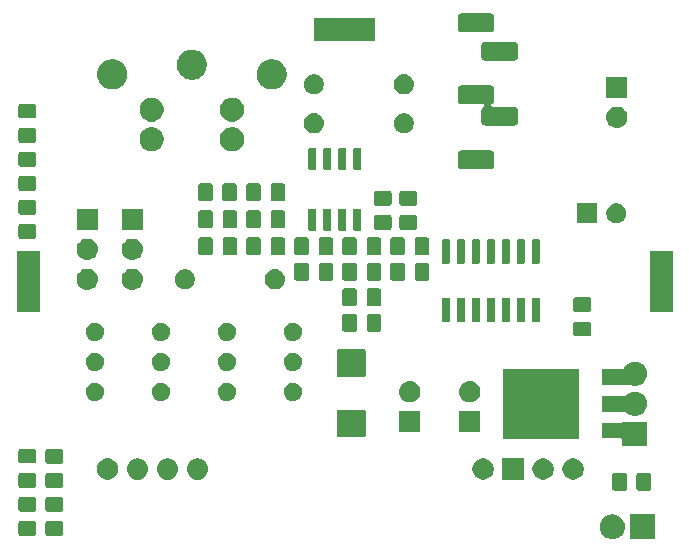
<source format=gbr>
G04 #@! TF.GenerationSoftware,KiCad,Pcbnew,(5.1.2)-1*
G04 #@! TF.CreationDate,2020-02-06T13:28:49-05:00*
G04 #@! TF.ProjectId,clearvideo128,636c6561-7276-4696-9465-6f3132382e6b,rev?*
G04 #@! TF.SameCoordinates,Original*
G04 #@! TF.FileFunction,Soldermask,Top*
G04 #@! TF.FilePolarity,Negative*
%FSLAX46Y46*%
G04 Gerber Fmt 4.6, Leading zero omitted, Abs format (unit mm)*
G04 Created by KiCad (PCBNEW (5.1.2)-1) date 2020-02-06 13:28:49*
%MOMM*%
%LPD*%
G04 APERTURE LIST*
%ADD10C,0.100000*%
G04 APERTURE END LIST*
D10*
G36*
X114081000Y-76616000D02*
G01*
X111979000Y-76616000D01*
X111979000Y-74514000D01*
X114081000Y-74514000D01*
X114081000Y-76616000D01*
X114081000Y-76616000D01*
G37*
G36*
X110593097Y-74519069D02*
G01*
X110696032Y-74529207D01*
X110894146Y-74589305D01*
X110894149Y-74589306D01*
X110990975Y-74641061D01*
X111076729Y-74686897D01*
X111236765Y-74818235D01*
X111368103Y-74978271D01*
X111413939Y-75064025D01*
X111465694Y-75160851D01*
X111465695Y-75160854D01*
X111525793Y-75358968D01*
X111546085Y-75565000D01*
X111525793Y-75771032D01*
X111465695Y-75969146D01*
X111465694Y-75969149D01*
X111419898Y-76054827D01*
X111368103Y-76151729D01*
X111236765Y-76311765D01*
X111076729Y-76443103D01*
X110990975Y-76488939D01*
X110894149Y-76540694D01*
X110894146Y-76540695D01*
X110696032Y-76600793D01*
X110593097Y-76610931D01*
X110541631Y-76616000D01*
X110438369Y-76616000D01*
X110386903Y-76610931D01*
X110283968Y-76600793D01*
X110085854Y-76540695D01*
X110085851Y-76540694D01*
X109989025Y-76488939D01*
X109903271Y-76443103D01*
X109743235Y-76311765D01*
X109611897Y-76151729D01*
X109560102Y-76054827D01*
X109514306Y-75969149D01*
X109514305Y-75969146D01*
X109454207Y-75771032D01*
X109433915Y-75565000D01*
X109454207Y-75358968D01*
X109514305Y-75160854D01*
X109514306Y-75160851D01*
X109566061Y-75064025D01*
X109611897Y-74978271D01*
X109743235Y-74818235D01*
X109903271Y-74686897D01*
X109989025Y-74641061D01*
X110085851Y-74589306D01*
X110085854Y-74589305D01*
X110283968Y-74529207D01*
X110386903Y-74519069D01*
X110438369Y-74514000D01*
X110541631Y-74514000D01*
X110593097Y-74519069D01*
X110593097Y-74519069D01*
G37*
G36*
X61548674Y-75079465D02*
G01*
X61586367Y-75090899D01*
X61621103Y-75109466D01*
X61651548Y-75134452D01*
X61676534Y-75164897D01*
X61695101Y-75199633D01*
X61706535Y-75237326D01*
X61711000Y-75282661D01*
X61711000Y-76119339D01*
X61706535Y-76164674D01*
X61695101Y-76202367D01*
X61676534Y-76237103D01*
X61651548Y-76267548D01*
X61621103Y-76292534D01*
X61586367Y-76311101D01*
X61548674Y-76322535D01*
X61503339Y-76327000D01*
X60416661Y-76327000D01*
X60371326Y-76322535D01*
X60333633Y-76311101D01*
X60298897Y-76292534D01*
X60268452Y-76267548D01*
X60243466Y-76237103D01*
X60224899Y-76202367D01*
X60213465Y-76164674D01*
X60209000Y-76119339D01*
X60209000Y-75282661D01*
X60213465Y-75237326D01*
X60224899Y-75199633D01*
X60243466Y-75164897D01*
X60268452Y-75134452D01*
X60298897Y-75109466D01*
X60333633Y-75090899D01*
X60371326Y-75079465D01*
X60416661Y-75075000D01*
X61503339Y-75075000D01*
X61548674Y-75079465D01*
X61548674Y-75079465D01*
G37*
G36*
X63834674Y-75079465D02*
G01*
X63872367Y-75090899D01*
X63907103Y-75109466D01*
X63937548Y-75134452D01*
X63962534Y-75164897D01*
X63981101Y-75199633D01*
X63992535Y-75237326D01*
X63997000Y-75282661D01*
X63997000Y-76119339D01*
X63992535Y-76164674D01*
X63981101Y-76202367D01*
X63962534Y-76237103D01*
X63937548Y-76267548D01*
X63907103Y-76292534D01*
X63872367Y-76311101D01*
X63834674Y-76322535D01*
X63789339Y-76327000D01*
X62702661Y-76327000D01*
X62657326Y-76322535D01*
X62619633Y-76311101D01*
X62584897Y-76292534D01*
X62554452Y-76267548D01*
X62529466Y-76237103D01*
X62510899Y-76202367D01*
X62499465Y-76164674D01*
X62495000Y-76119339D01*
X62495000Y-75282661D01*
X62499465Y-75237326D01*
X62510899Y-75199633D01*
X62529466Y-75164897D01*
X62554452Y-75134452D01*
X62584897Y-75109466D01*
X62619633Y-75090899D01*
X62657326Y-75079465D01*
X62702661Y-75075000D01*
X63789339Y-75075000D01*
X63834674Y-75079465D01*
X63834674Y-75079465D01*
G37*
G36*
X63834674Y-73029465D02*
G01*
X63872367Y-73040899D01*
X63907103Y-73059466D01*
X63937548Y-73084452D01*
X63962534Y-73114897D01*
X63981101Y-73149633D01*
X63992535Y-73187326D01*
X63997000Y-73232661D01*
X63997000Y-74069339D01*
X63992535Y-74114674D01*
X63981101Y-74152367D01*
X63962534Y-74187103D01*
X63937548Y-74217548D01*
X63907103Y-74242534D01*
X63872367Y-74261101D01*
X63834674Y-74272535D01*
X63789339Y-74277000D01*
X62702661Y-74277000D01*
X62657326Y-74272535D01*
X62619633Y-74261101D01*
X62584897Y-74242534D01*
X62554452Y-74217548D01*
X62529466Y-74187103D01*
X62510899Y-74152367D01*
X62499465Y-74114674D01*
X62495000Y-74069339D01*
X62495000Y-73232661D01*
X62499465Y-73187326D01*
X62510899Y-73149633D01*
X62529466Y-73114897D01*
X62554452Y-73084452D01*
X62584897Y-73059466D01*
X62619633Y-73040899D01*
X62657326Y-73029465D01*
X62702661Y-73025000D01*
X63789339Y-73025000D01*
X63834674Y-73029465D01*
X63834674Y-73029465D01*
G37*
G36*
X61548674Y-73029465D02*
G01*
X61586367Y-73040899D01*
X61621103Y-73059466D01*
X61651548Y-73084452D01*
X61676534Y-73114897D01*
X61695101Y-73149633D01*
X61706535Y-73187326D01*
X61711000Y-73232661D01*
X61711000Y-74069339D01*
X61706535Y-74114674D01*
X61695101Y-74152367D01*
X61676534Y-74187103D01*
X61651548Y-74217548D01*
X61621103Y-74242534D01*
X61586367Y-74261101D01*
X61548674Y-74272535D01*
X61503339Y-74277000D01*
X60416661Y-74277000D01*
X60371326Y-74272535D01*
X60333633Y-74261101D01*
X60298897Y-74242534D01*
X60268452Y-74217548D01*
X60243466Y-74187103D01*
X60224899Y-74152367D01*
X60213465Y-74114674D01*
X60209000Y-74069339D01*
X60209000Y-73232661D01*
X60213465Y-73187326D01*
X60224899Y-73149633D01*
X60243466Y-73114897D01*
X60268452Y-73084452D01*
X60298897Y-73059466D01*
X60333633Y-73040899D01*
X60371326Y-73029465D01*
X60416661Y-73025000D01*
X61503339Y-73025000D01*
X61548674Y-73029465D01*
X61548674Y-73029465D01*
G37*
G36*
X113620674Y-71008465D02*
G01*
X113658367Y-71019899D01*
X113693103Y-71038466D01*
X113723548Y-71063452D01*
X113748534Y-71093897D01*
X113767101Y-71128633D01*
X113778535Y-71166326D01*
X113783000Y-71211661D01*
X113783000Y-72298339D01*
X113778535Y-72343674D01*
X113767101Y-72381367D01*
X113748534Y-72416103D01*
X113723548Y-72446548D01*
X113693103Y-72471534D01*
X113658367Y-72490101D01*
X113620674Y-72501535D01*
X113575339Y-72506000D01*
X112738661Y-72506000D01*
X112693326Y-72501535D01*
X112655633Y-72490101D01*
X112620897Y-72471534D01*
X112590452Y-72446548D01*
X112565466Y-72416103D01*
X112546899Y-72381367D01*
X112535465Y-72343674D01*
X112531000Y-72298339D01*
X112531000Y-71211661D01*
X112535465Y-71166326D01*
X112546899Y-71128633D01*
X112565466Y-71093897D01*
X112590452Y-71063452D01*
X112620897Y-71038466D01*
X112655633Y-71019899D01*
X112693326Y-71008465D01*
X112738661Y-71004000D01*
X113575339Y-71004000D01*
X113620674Y-71008465D01*
X113620674Y-71008465D01*
G37*
G36*
X111570674Y-71008465D02*
G01*
X111608367Y-71019899D01*
X111643103Y-71038466D01*
X111673548Y-71063452D01*
X111698534Y-71093897D01*
X111717101Y-71128633D01*
X111728535Y-71166326D01*
X111733000Y-71211661D01*
X111733000Y-72298339D01*
X111728535Y-72343674D01*
X111717101Y-72381367D01*
X111698534Y-72416103D01*
X111673548Y-72446548D01*
X111643103Y-72471534D01*
X111608367Y-72490101D01*
X111570674Y-72501535D01*
X111525339Y-72506000D01*
X110688661Y-72506000D01*
X110643326Y-72501535D01*
X110605633Y-72490101D01*
X110570897Y-72471534D01*
X110540452Y-72446548D01*
X110515466Y-72416103D01*
X110496899Y-72381367D01*
X110485465Y-72343674D01*
X110481000Y-72298339D01*
X110481000Y-71211661D01*
X110485465Y-71166326D01*
X110496899Y-71128633D01*
X110515466Y-71093897D01*
X110540452Y-71063452D01*
X110570897Y-71038466D01*
X110605633Y-71019899D01*
X110643326Y-71008465D01*
X110688661Y-71004000D01*
X111525339Y-71004000D01*
X111570674Y-71008465D01*
X111570674Y-71008465D01*
G37*
G36*
X63834674Y-71015465D02*
G01*
X63872367Y-71026899D01*
X63907103Y-71045466D01*
X63937548Y-71070452D01*
X63962534Y-71100897D01*
X63981101Y-71135633D01*
X63992535Y-71173326D01*
X63997000Y-71218661D01*
X63997000Y-72055339D01*
X63992535Y-72100674D01*
X63981101Y-72138367D01*
X63962534Y-72173103D01*
X63937548Y-72203548D01*
X63907103Y-72228534D01*
X63872367Y-72247101D01*
X63834674Y-72258535D01*
X63789339Y-72263000D01*
X62702661Y-72263000D01*
X62657326Y-72258535D01*
X62619633Y-72247101D01*
X62584897Y-72228534D01*
X62554452Y-72203548D01*
X62529466Y-72173103D01*
X62510899Y-72138367D01*
X62499465Y-72100674D01*
X62495000Y-72055339D01*
X62495000Y-71218661D01*
X62499465Y-71173326D01*
X62510899Y-71135633D01*
X62529466Y-71100897D01*
X62554452Y-71070452D01*
X62584897Y-71045466D01*
X62619633Y-71026899D01*
X62657326Y-71015465D01*
X62702661Y-71011000D01*
X63789339Y-71011000D01*
X63834674Y-71015465D01*
X63834674Y-71015465D01*
G37*
G36*
X61548674Y-71006465D02*
G01*
X61586367Y-71017899D01*
X61621103Y-71036466D01*
X61651548Y-71061452D01*
X61676534Y-71091897D01*
X61695101Y-71126633D01*
X61706535Y-71164326D01*
X61711000Y-71209661D01*
X61711000Y-72046339D01*
X61706535Y-72091674D01*
X61695101Y-72129367D01*
X61676534Y-72164103D01*
X61651548Y-72194548D01*
X61621103Y-72219534D01*
X61586367Y-72238101D01*
X61548674Y-72249535D01*
X61503339Y-72254000D01*
X60416661Y-72254000D01*
X60371326Y-72249535D01*
X60333633Y-72238101D01*
X60298897Y-72219534D01*
X60268452Y-72194548D01*
X60243466Y-72164103D01*
X60224899Y-72129367D01*
X60213465Y-72091674D01*
X60209000Y-72046339D01*
X60209000Y-71209661D01*
X60213465Y-71164326D01*
X60224899Y-71126633D01*
X60243466Y-71091897D01*
X60268452Y-71061452D01*
X60298897Y-71036466D01*
X60333633Y-71017899D01*
X60371326Y-71006465D01*
X60416661Y-71002000D01*
X61503339Y-71002000D01*
X61548674Y-71006465D01*
X61548674Y-71006465D01*
G37*
G36*
X99665313Y-69775928D02*
G01*
X99814613Y-69805625D01*
X99978585Y-69873545D01*
X100126155Y-69972148D01*
X100251654Y-70097647D01*
X100350257Y-70245217D01*
X100418177Y-70409189D01*
X100452801Y-70583260D01*
X100452801Y-70760742D01*
X100418177Y-70934813D01*
X100350257Y-71098785D01*
X100251654Y-71246355D01*
X100126155Y-71371854D01*
X99978585Y-71470457D01*
X99814613Y-71538377D01*
X99665313Y-71568074D01*
X99640543Y-71573001D01*
X99463059Y-71573001D01*
X99438289Y-71568074D01*
X99288989Y-71538377D01*
X99125017Y-71470457D01*
X98977447Y-71371854D01*
X98851948Y-71246355D01*
X98753345Y-71098785D01*
X98685425Y-70934813D01*
X98650801Y-70760742D01*
X98650801Y-70583260D01*
X98685425Y-70409189D01*
X98753345Y-70245217D01*
X98851948Y-70097647D01*
X98977447Y-69972148D01*
X99125017Y-69873545D01*
X99288989Y-69805625D01*
X99438289Y-69775928D01*
X99463059Y-69771001D01*
X99640543Y-69771001D01*
X99665313Y-69775928D01*
X99665313Y-69775928D01*
G37*
G36*
X75481444Y-69777520D02*
G01*
X75547628Y-69784038D01*
X75717467Y-69835558D01*
X75873992Y-69919223D01*
X75900316Y-69940827D01*
X76011187Y-70031815D01*
X76094449Y-70133272D01*
X76123779Y-70169010D01*
X76207444Y-70325535D01*
X76258964Y-70495374D01*
X76276360Y-70672001D01*
X76258964Y-70848628D01*
X76207444Y-71018467D01*
X76123779Y-71174992D01*
X76095327Y-71209661D01*
X76011187Y-71312187D01*
X75938481Y-71371854D01*
X75873992Y-71424779D01*
X75717467Y-71508444D01*
X75547628Y-71559964D01*
X75481443Y-71566483D01*
X75415261Y-71573001D01*
X75326741Y-71573001D01*
X75260559Y-71566483D01*
X75194374Y-71559964D01*
X75024535Y-71508444D01*
X74868010Y-71424779D01*
X74803521Y-71371854D01*
X74730815Y-71312187D01*
X74646675Y-71209661D01*
X74618223Y-71174992D01*
X74534558Y-71018467D01*
X74483038Y-70848628D01*
X74465642Y-70672001D01*
X74483038Y-70495374D01*
X74534558Y-70325535D01*
X74618223Y-70169010D01*
X74647553Y-70133272D01*
X74730815Y-70031815D01*
X74841686Y-69940827D01*
X74868010Y-69919223D01*
X75024535Y-69835558D01*
X75194374Y-69784038D01*
X75260558Y-69777520D01*
X75326741Y-69771001D01*
X75415261Y-69771001D01*
X75481444Y-69777520D01*
X75481444Y-69777520D01*
G37*
G36*
X70401444Y-69777520D02*
G01*
X70467628Y-69784038D01*
X70637467Y-69835558D01*
X70793992Y-69919223D01*
X70820316Y-69940827D01*
X70931187Y-70031815D01*
X71014449Y-70133272D01*
X71043779Y-70169010D01*
X71127444Y-70325535D01*
X71178964Y-70495374D01*
X71196360Y-70672001D01*
X71178964Y-70848628D01*
X71127444Y-71018467D01*
X71043779Y-71174992D01*
X71015327Y-71209661D01*
X70931187Y-71312187D01*
X70858481Y-71371854D01*
X70793992Y-71424779D01*
X70637467Y-71508444D01*
X70467628Y-71559964D01*
X70401443Y-71566483D01*
X70335261Y-71573001D01*
X70246741Y-71573001D01*
X70180559Y-71566483D01*
X70114374Y-71559964D01*
X69944535Y-71508444D01*
X69788010Y-71424779D01*
X69723521Y-71371854D01*
X69650815Y-71312187D01*
X69566675Y-71209661D01*
X69538223Y-71174992D01*
X69454558Y-71018467D01*
X69403038Y-70848628D01*
X69385642Y-70672001D01*
X69403038Y-70495374D01*
X69454558Y-70325535D01*
X69538223Y-70169010D01*
X69567553Y-70133272D01*
X69650815Y-70031815D01*
X69761686Y-69940827D01*
X69788010Y-69919223D01*
X69944535Y-69835558D01*
X70114374Y-69784038D01*
X70180558Y-69777520D01*
X70246741Y-69771001D01*
X70335261Y-69771001D01*
X70401444Y-69777520D01*
X70401444Y-69777520D01*
G37*
G36*
X67864513Y-69775928D02*
G01*
X68013813Y-69805625D01*
X68177785Y-69873545D01*
X68325355Y-69972148D01*
X68450854Y-70097647D01*
X68549457Y-70245217D01*
X68617377Y-70409189D01*
X68652001Y-70583260D01*
X68652001Y-70760742D01*
X68617377Y-70934813D01*
X68549457Y-71098785D01*
X68450854Y-71246355D01*
X68325355Y-71371854D01*
X68177785Y-71470457D01*
X68013813Y-71538377D01*
X67864513Y-71568074D01*
X67839743Y-71573001D01*
X67662259Y-71573001D01*
X67637489Y-71568074D01*
X67488189Y-71538377D01*
X67324217Y-71470457D01*
X67176647Y-71371854D01*
X67051148Y-71246355D01*
X66952545Y-71098785D01*
X66884625Y-70934813D01*
X66850001Y-70760742D01*
X66850001Y-70583260D01*
X66884625Y-70409189D01*
X66952545Y-70245217D01*
X67051148Y-70097647D01*
X67176647Y-69972148D01*
X67324217Y-69873545D01*
X67488189Y-69805625D01*
X67637489Y-69775928D01*
X67662259Y-69771001D01*
X67839743Y-69771001D01*
X67864513Y-69775928D01*
X67864513Y-69775928D01*
G37*
G36*
X107285313Y-69775928D02*
G01*
X107434613Y-69805625D01*
X107598585Y-69873545D01*
X107746155Y-69972148D01*
X107871654Y-70097647D01*
X107970257Y-70245217D01*
X108038177Y-70409189D01*
X108072801Y-70583260D01*
X108072801Y-70760742D01*
X108038177Y-70934813D01*
X107970257Y-71098785D01*
X107871654Y-71246355D01*
X107746155Y-71371854D01*
X107598585Y-71470457D01*
X107434613Y-71538377D01*
X107285313Y-71568074D01*
X107260543Y-71573001D01*
X107083059Y-71573001D01*
X107058289Y-71568074D01*
X106908989Y-71538377D01*
X106745017Y-71470457D01*
X106597447Y-71371854D01*
X106471948Y-71246355D01*
X106373345Y-71098785D01*
X106305425Y-70934813D01*
X106270801Y-70760742D01*
X106270801Y-70583260D01*
X106305425Y-70409189D01*
X106373345Y-70245217D01*
X106471948Y-70097647D01*
X106597447Y-69972148D01*
X106745017Y-69873545D01*
X106908989Y-69805625D01*
X107058289Y-69775928D01*
X107083059Y-69771001D01*
X107260543Y-69771001D01*
X107285313Y-69775928D01*
X107285313Y-69775928D01*
G37*
G36*
X104745313Y-69775928D02*
G01*
X104894613Y-69805625D01*
X105058585Y-69873545D01*
X105206155Y-69972148D01*
X105331654Y-70097647D01*
X105430257Y-70245217D01*
X105498177Y-70409189D01*
X105532801Y-70583260D01*
X105532801Y-70760742D01*
X105498177Y-70934813D01*
X105430257Y-71098785D01*
X105331654Y-71246355D01*
X105206155Y-71371854D01*
X105058585Y-71470457D01*
X104894613Y-71538377D01*
X104745313Y-71568074D01*
X104720543Y-71573001D01*
X104543059Y-71573001D01*
X104518289Y-71568074D01*
X104368989Y-71538377D01*
X104205017Y-71470457D01*
X104057447Y-71371854D01*
X103931948Y-71246355D01*
X103833345Y-71098785D01*
X103765425Y-70934813D01*
X103730801Y-70760742D01*
X103730801Y-70583260D01*
X103765425Y-70409189D01*
X103833345Y-70245217D01*
X103931948Y-70097647D01*
X104057447Y-69972148D01*
X104205017Y-69873545D01*
X104368989Y-69805625D01*
X104518289Y-69775928D01*
X104543059Y-69771001D01*
X104720543Y-69771001D01*
X104745313Y-69775928D01*
X104745313Y-69775928D01*
G37*
G36*
X102992801Y-71573001D02*
G01*
X101190801Y-71573001D01*
X101190801Y-69771001D01*
X102992801Y-69771001D01*
X102992801Y-71573001D01*
X102992801Y-71573001D01*
G37*
G36*
X72941444Y-69777520D02*
G01*
X73007628Y-69784038D01*
X73177467Y-69835558D01*
X73333992Y-69919223D01*
X73360316Y-69940827D01*
X73471187Y-70031815D01*
X73554449Y-70133272D01*
X73583779Y-70169010D01*
X73667444Y-70325535D01*
X73718964Y-70495374D01*
X73736360Y-70672001D01*
X73718964Y-70848628D01*
X73667444Y-71018467D01*
X73583779Y-71174992D01*
X73555327Y-71209661D01*
X73471187Y-71312187D01*
X73398481Y-71371854D01*
X73333992Y-71424779D01*
X73177467Y-71508444D01*
X73007628Y-71559964D01*
X72941443Y-71566483D01*
X72875261Y-71573001D01*
X72786741Y-71573001D01*
X72720559Y-71566483D01*
X72654374Y-71559964D01*
X72484535Y-71508444D01*
X72328010Y-71424779D01*
X72263521Y-71371854D01*
X72190815Y-71312187D01*
X72106675Y-71209661D01*
X72078223Y-71174992D01*
X71994558Y-71018467D01*
X71943038Y-70848628D01*
X71925642Y-70672001D01*
X71943038Y-70495374D01*
X71994558Y-70325535D01*
X72078223Y-70169010D01*
X72107553Y-70133272D01*
X72190815Y-70031815D01*
X72301686Y-69940827D01*
X72328010Y-69919223D01*
X72484535Y-69835558D01*
X72654374Y-69784038D01*
X72720558Y-69777520D01*
X72786741Y-69771001D01*
X72875261Y-69771001D01*
X72941444Y-69777520D01*
X72941444Y-69777520D01*
G37*
G36*
X63834674Y-68965465D02*
G01*
X63872367Y-68976899D01*
X63907103Y-68995466D01*
X63937548Y-69020452D01*
X63962534Y-69050897D01*
X63981101Y-69085633D01*
X63992535Y-69123326D01*
X63997000Y-69168661D01*
X63997000Y-70005339D01*
X63992535Y-70050674D01*
X63981101Y-70088367D01*
X63962534Y-70123103D01*
X63937548Y-70153548D01*
X63907103Y-70178534D01*
X63872367Y-70197101D01*
X63834674Y-70208535D01*
X63789339Y-70213000D01*
X62702661Y-70213000D01*
X62657326Y-70208535D01*
X62619633Y-70197101D01*
X62584897Y-70178534D01*
X62554452Y-70153548D01*
X62529466Y-70123103D01*
X62510899Y-70088367D01*
X62499465Y-70050674D01*
X62495000Y-70005339D01*
X62495000Y-69168661D01*
X62499465Y-69123326D01*
X62510899Y-69085633D01*
X62529466Y-69050897D01*
X62554452Y-69020452D01*
X62584897Y-68995466D01*
X62619633Y-68976899D01*
X62657326Y-68965465D01*
X62702661Y-68961000D01*
X63789339Y-68961000D01*
X63834674Y-68965465D01*
X63834674Y-68965465D01*
G37*
G36*
X61548674Y-68956465D02*
G01*
X61586367Y-68967899D01*
X61621103Y-68986466D01*
X61651548Y-69011452D01*
X61676534Y-69041897D01*
X61695101Y-69076633D01*
X61706535Y-69114326D01*
X61711000Y-69159661D01*
X61711000Y-69996339D01*
X61706535Y-70041674D01*
X61695101Y-70079367D01*
X61676534Y-70114103D01*
X61651548Y-70144548D01*
X61621103Y-70169534D01*
X61586367Y-70188101D01*
X61548674Y-70199535D01*
X61503339Y-70204000D01*
X60416661Y-70204000D01*
X60371326Y-70199535D01*
X60333633Y-70188101D01*
X60298897Y-70169534D01*
X60268452Y-70144548D01*
X60243466Y-70114103D01*
X60224899Y-70079367D01*
X60213465Y-70041674D01*
X60209000Y-69996339D01*
X60209000Y-69159661D01*
X60213465Y-69114326D01*
X60224899Y-69076633D01*
X60243466Y-69041897D01*
X60268452Y-69011452D01*
X60298897Y-68986466D01*
X60333633Y-68967899D01*
X60371326Y-68956465D01*
X60416661Y-68952000D01*
X61503339Y-68952000D01*
X61548674Y-68956465D01*
X61548674Y-68956465D01*
G37*
G36*
X113446000Y-68694500D02*
G01*
X111344000Y-68694500D01*
X111344000Y-68206999D01*
X111341598Y-68182613D01*
X111334485Y-68159164D01*
X111322934Y-68137553D01*
X111307389Y-68118611D01*
X111288447Y-68103066D01*
X111266836Y-68091515D01*
X111243387Y-68084402D01*
X111219001Y-68082000D01*
X109602000Y-68082000D01*
X109602000Y-66780000D01*
X111219001Y-66780000D01*
X111243387Y-66777598D01*
X111266836Y-66770485D01*
X111288447Y-66758934D01*
X111307389Y-66743389D01*
X111322934Y-66724447D01*
X111334485Y-66702836D01*
X111339137Y-66687500D01*
X113446000Y-66687500D01*
X113446000Y-68694500D01*
X113446000Y-68694500D01*
G37*
G36*
X107704000Y-68102000D02*
G01*
X101202000Y-68102000D01*
X101202000Y-62200000D01*
X107704000Y-62200000D01*
X107704000Y-68102000D01*
X107704000Y-68102000D01*
G37*
G36*
X89485786Y-65639746D02*
G01*
X89516461Y-65649051D01*
X89544729Y-65664161D01*
X89569506Y-65684494D01*
X89589839Y-65709271D01*
X89604949Y-65737539D01*
X89614254Y-65768214D01*
X89618000Y-65806251D01*
X89618000Y-67817749D01*
X89614254Y-67855786D01*
X89604949Y-67886461D01*
X89589839Y-67914729D01*
X89569506Y-67939506D01*
X89544729Y-67959839D01*
X89516461Y-67974949D01*
X89485786Y-67984254D01*
X89447749Y-67988000D01*
X87336251Y-67988000D01*
X87298214Y-67984254D01*
X87267539Y-67974949D01*
X87239271Y-67959839D01*
X87214494Y-67939506D01*
X87194161Y-67914729D01*
X87179051Y-67886461D01*
X87169746Y-67855786D01*
X87166000Y-67817749D01*
X87166000Y-65806251D01*
X87169746Y-65768214D01*
X87179051Y-65737539D01*
X87194161Y-65709271D01*
X87214494Y-65684494D01*
X87239271Y-65664161D01*
X87267539Y-65649051D01*
X87298214Y-65639746D01*
X87336251Y-65636000D01*
X89447749Y-65636000D01*
X89485786Y-65639746D01*
X89485786Y-65639746D01*
G37*
G36*
X94246000Y-67576000D02*
G01*
X92444000Y-67576000D01*
X92444000Y-65774000D01*
X94246000Y-65774000D01*
X94246000Y-67576000D01*
X94246000Y-67576000D01*
G37*
G36*
X99326000Y-67576000D02*
G01*
X97524000Y-67576000D01*
X97524000Y-65774000D01*
X99326000Y-65774000D01*
X99326000Y-67576000D01*
X99326000Y-67576000D01*
G37*
G36*
X112540936Y-64152340D02*
G01*
X112639220Y-64162020D01*
X112828381Y-64219401D01*
X113002712Y-64312583D01*
X113155515Y-64437985D01*
X113280917Y-64590788D01*
X113374099Y-64765119D01*
X113431480Y-64954280D01*
X113450855Y-65151000D01*
X113431480Y-65347720D01*
X113374099Y-65536881D01*
X113280917Y-65711212D01*
X113155515Y-65864015D01*
X113002712Y-65989417D01*
X112828381Y-66082599D01*
X112639220Y-66139980D01*
X112540936Y-66149660D01*
X112491795Y-66154500D01*
X112298205Y-66154500D01*
X112249064Y-66149660D01*
X112150780Y-66139980D01*
X111961619Y-66082599D01*
X111787288Y-65989417D01*
X111634485Y-65864015D01*
X111621094Y-65847698D01*
X111603769Y-65830373D01*
X111583395Y-65816760D01*
X111560756Y-65807382D01*
X111524471Y-65802000D01*
X109602000Y-65802000D01*
X109602000Y-64500000D01*
X111524471Y-64500000D01*
X111548857Y-64497598D01*
X111572306Y-64490485D01*
X111593917Y-64478934D01*
X111621096Y-64454300D01*
X111634485Y-64437985D01*
X111787288Y-64312583D01*
X111961619Y-64219401D01*
X112150780Y-64162020D01*
X112249064Y-64152340D01*
X112298205Y-64147500D01*
X112491795Y-64147500D01*
X112540936Y-64152340D01*
X112540936Y-64152340D01*
G37*
G36*
X93455443Y-63240519D02*
G01*
X93521627Y-63247037D01*
X93691466Y-63298557D01*
X93847991Y-63382222D01*
X93861890Y-63393629D01*
X93985186Y-63494814D01*
X94068448Y-63596271D01*
X94097778Y-63632009D01*
X94181443Y-63788534D01*
X94232963Y-63958373D01*
X94250359Y-64135000D01*
X94232963Y-64311627D01*
X94181443Y-64481466D01*
X94097778Y-64637991D01*
X94068448Y-64673729D01*
X93985186Y-64775186D01*
X93883729Y-64858448D01*
X93847991Y-64887778D01*
X93847989Y-64887779D01*
X93723576Y-64954280D01*
X93691466Y-64971443D01*
X93521627Y-65022963D01*
X93455442Y-65029482D01*
X93389260Y-65036000D01*
X93300740Y-65036000D01*
X93234558Y-65029482D01*
X93168373Y-65022963D01*
X92998534Y-64971443D01*
X92966425Y-64954280D01*
X92842011Y-64887779D01*
X92842009Y-64887778D01*
X92806271Y-64858448D01*
X92704814Y-64775186D01*
X92621552Y-64673729D01*
X92592222Y-64637991D01*
X92508557Y-64481466D01*
X92457037Y-64311627D01*
X92439641Y-64135000D01*
X92457037Y-63958373D01*
X92508557Y-63788534D01*
X92592222Y-63632009D01*
X92621552Y-63596271D01*
X92704814Y-63494814D01*
X92828110Y-63393629D01*
X92842009Y-63382222D01*
X92998534Y-63298557D01*
X93168373Y-63247037D01*
X93234557Y-63240519D01*
X93300740Y-63234000D01*
X93389260Y-63234000D01*
X93455443Y-63240519D01*
X93455443Y-63240519D01*
G37*
G36*
X98535443Y-63240519D02*
G01*
X98601627Y-63247037D01*
X98771466Y-63298557D01*
X98927991Y-63382222D01*
X98941890Y-63393629D01*
X99065186Y-63494814D01*
X99148448Y-63596271D01*
X99177778Y-63632009D01*
X99261443Y-63788534D01*
X99312963Y-63958373D01*
X99330359Y-64135000D01*
X99312963Y-64311627D01*
X99261443Y-64481466D01*
X99177778Y-64637991D01*
X99148448Y-64673729D01*
X99065186Y-64775186D01*
X98963729Y-64858448D01*
X98927991Y-64887778D01*
X98927989Y-64887779D01*
X98803576Y-64954280D01*
X98771466Y-64971443D01*
X98601627Y-65022963D01*
X98535442Y-65029482D01*
X98469260Y-65036000D01*
X98380740Y-65036000D01*
X98314558Y-65029482D01*
X98248373Y-65022963D01*
X98078534Y-64971443D01*
X98046425Y-64954280D01*
X97922011Y-64887779D01*
X97922009Y-64887778D01*
X97886271Y-64858448D01*
X97784814Y-64775186D01*
X97701552Y-64673729D01*
X97672222Y-64637991D01*
X97588557Y-64481466D01*
X97537037Y-64311627D01*
X97519641Y-64135000D01*
X97537037Y-63958373D01*
X97588557Y-63788534D01*
X97672222Y-63632009D01*
X97701552Y-63596271D01*
X97784814Y-63494814D01*
X97908110Y-63393629D01*
X97922009Y-63382222D01*
X98078534Y-63298557D01*
X98248373Y-63247037D01*
X98314557Y-63240519D01*
X98380740Y-63234000D01*
X98469260Y-63234000D01*
X98535443Y-63240519D01*
X98535443Y-63240519D01*
G37*
G36*
X72388589Y-63373876D02*
G01*
X72487893Y-63393629D01*
X72628206Y-63451748D01*
X72754484Y-63536125D01*
X72861875Y-63643516D01*
X72946252Y-63769794D01*
X73004371Y-63910107D01*
X73013972Y-63958375D01*
X73034000Y-64059062D01*
X73034000Y-64210938D01*
X73032316Y-64219402D01*
X73004371Y-64359893D01*
X72946252Y-64500206D01*
X72861875Y-64626484D01*
X72754484Y-64733875D01*
X72628206Y-64818252D01*
X72487893Y-64876371D01*
X72388589Y-64896124D01*
X72338938Y-64906000D01*
X72187062Y-64906000D01*
X72137411Y-64896124D01*
X72038107Y-64876371D01*
X71897794Y-64818252D01*
X71771516Y-64733875D01*
X71664125Y-64626484D01*
X71579748Y-64500206D01*
X71521629Y-64359893D01*
X71493684Y-64219402D01*
X71492000Y-64210938D01*
X71492000Y-64059062D01*
X71512028Y-63958375D01*
X71521629Y-63910107D01*
X71579748Y-63769794D01*
X71664125Y-63643516D01*
X71771516Y-63536125D01*
X71897794Y-63451748D01*
X72038107Y-63393629D01*
X72137411Y-63373876D01*
X72187062Y-63364000D01*
X72338938Y-63364000D01*
X72388589Y-63373876D01*
X72388589Y-63373876D01*
G37*
G36*
X77976589Y-63373876D02*
G01*
X78075893Y-63393629D01*
X78216206Y-63451748D01*
X78342484Y-63536125D01*
X78449875Y-63643516D01*
X78534252Y-63769794D01*
X78592371Y-63910107D01*
X78601972Y-63958375D01*
X78622000Y-64059062D01*
X78622000Y-64210938D01*
X78620316Y-64219402D01*
X78592371Y-64359893D01*
X78534252Y-64500206D01*
X78449875Y-64626484D01*
X78342484Y-64733875D01*
X78216206Y-64818252D01*
X78075893Y-64876371D01*
X77976589Y-64896124D01*
X77926938Y-64906000D01*
X77775062Y-64906000D01*
X77725411Y-64896124D01*
X77626107Y-64876371D01*
X77485794Y-64818252D01*
X77359516Y-64733875D01*
X77252125Y-64626484D01*
X77167748Y-64500206D01*
X77109629Y-64359893D01*
X77081684Y-64219402D01*
X77080000Y-64210938D01*
X77080000Y-64059062D01*
X77100028Y-63958375D01*
X77109629Y-63910107D01*
X77167748Y-63769794D01*
X77252125Y-63643516D01*
X77359516Y-63536125D01*
X77485794Y-63451748D01*
X77626107Y-63393629D01*
X77725411Y-63373876D01*
X77775062Y-63364000D01*
X77926938Y-63364000D01*
X77976589Y-63373876D01*
X77976589Y-63373876D01*
G37*
G36*
X66800589Y-63373876D02*
G01*
X66899893Y-63393629D01*
X67040206Y-63451748D01*
X67166484Y-63536125D01*
X67273875Y-63643516D01*
X67358252Y-63769794D01*
X67416371Y-63910107D01*
X67425972Y-63958375D01*
X67446000Y-64059062D01*
X67446000Y-64210938D01*
X67444316Y-64219402D01*
X67416371Y-64359893D01*
X67358252Y-64500206D01*
X67273875Y-64626484D01*
X67166484Y-64733875D01*
X67040206Y-64818252D01*
X66899893Y-64876371D01*
X66800589Y-64896124D01*
X66750938Y-64906000D01*
X66599062Y-64906000D01*
X66549411Y-64896124D01*
X66450107Y-64876371D01*
X66309794Y-64818252D01*
X66183516Y-64733875D01*
X66076125Y-64626484D01*
X65991748Y-64500206D01*
X65933629Y-64359893D01*
X65905684Y-64219402D01*
X65904000Y-64210938D01*
X65904000Y-64059062D01*
X65924028Y-63958375D01*
X65933629Y-63910107D01*
X65991748Y-63769794D01*
X66076125Y-63643516D01*
X66183516Y-63536125D01*
X66309794Y-63451748D01*
X66450107Y-63393629D01*
X66549411Y-63373876D01*
X66599062Y-63364000D01*
X66750938Y-63364000D01*
X66800589Y-63373876D01*
X66800589Y-63373876D01*
G37*
G36*
X83564589Y-63373876D02*
G01*
X83663893Y-63393629D01*
X83804206Y-63451748D01*
X83930484Y-63536125D01*
X84037875Y-63643516D01*
X84122252Y-63769794D01*
X84180371Y-63910107D01*
X84189972Y-63958375D01*
X84210000Y-64059062D01*
X84210000Y-64210938D01*
X84208316Y-64219402D01*
X84180371Y-64359893D01*
X84122252Y-64500206D01*
X84037875Y-64626484D01*
X83930484Y-64733875D01*
X83804206Y-64818252D01*
X83663893Y-64876371D01*
X83564589Y-64896124D01*
X83514938Y-64906000D01*
X83363062Y-64906000D01*
X83313411Y-64896124D01*
X83214107Y-64876371D01*
X83073794Y-64818252D01*
X82947516Y-64733875D01*
X82840125Y-64626484D01*
X82755748Y-64500206D01*
X82697629Y-64359893D01*
X82669684Y-64219402D01*
X82668000Y-64210938D01*
X82668000Y-64059062D01*
X82688028Y-63958375D01*
X82697629Y-63910107D01*
X82755748Y-63769794D01*
X82840125Y-63643516D01*
X82947516Y-63536125D01*
X83073794Y-63451748D01*
X83214107Y-63393629D01*
X83313411Y-63373876D01*
X83363062Y-63364000D01*
X83514938Y-63364000D01*
X83564589Y-63373876D01*
X83564589Y-63373876D01*
G37*
G36*
X112540936Y-61612340D02*
G01*
X112639220Y-61622020D01*
X112828381Y-61679401D01*
X113002712Y-61772583D01*
X113155515Y-61897985D01*
X113280917Y-62050788D01*
X113374099Y-62225119D01*
X113431480Y-62414280D01*
X113450855Y-62611000D01*
X113431480Y-62807720D01*
X113374099Y-62996881D01*
X113280917Y-63171212D01*
X113155515Y-63324015D01*
X113002712Y-63449417D01*
X112828381Y-63542599D01*
X112639220Y-63599980D01*
X112540936Y-63609660D01*
X112491795Y-63614500D01*
X112298205Y-63614500D01*
X112249064Y-63609660D01*
X112150780Y-63599980D01*
X111961619Y-63542599D01*
X111950692Y-63536758D01*
X111928057Y-63527383D01*
X111904024Y-63522602D01*
X111891771Y-63522000D01*
X109602000Y-63522000D01*
X109602000Y-62220000D01*
X111343716Y-62220000D01*
X111368102Y-62217598D01*
X111391551Y-62210485D01*
X111413162Y-62198934D01*
X111432104Y-62183389D01*
X111453955Y-62153925D01*
X111490004Y-62086483D01*
X111509083Y-62050788D01*
X111634485Y-61897985D01*
X111787288Y-61772583D01*
X111961619Y-61679401D01*
X112150780Y-61622020D01*
X112249064Y-61612340D01*
X112298205Y-61607500D01*
X112491795Y-61607500D01*
X112540936Y-61612340D01*
X112540936Y-61612340D01*
G37*
G36*
X89485786Y-60539746D02*
G01*
X89516461Y-60549051D01*
X89544729Y-60564161D01*
X89569506Y-60584494D01*
X89589839Y-60609271D01*
X89604949Y-60637539D01*
X89614254Y-60668214D01*
X89618000Y-60706251D01*
X89618000Y-62717749D01*
X89614254Y-62755786D01*
X89604949Y-62786461D01*
X89589839Y-62814729D01*
X89569506Y-62839506D01*
X89544729Y-62859839D01*
X89516461Y-62874949D01*
X89485786Y-62884254D01*
X89447749Y-62888000D01*
X87336251Y-62888000D01*
X87298214Y-62884254D01*
X87267539Y-62874949D01*
X87239271Y-62859839D01*
X87214494Y-62839506D01*
X87194161Y-62814729D01*
X87179051Y-62786461D01*
X87169746Y-62755786D01*
X87166000Y-62717749D01*
X87166000Y-60706251D01*
X87169746Y-60668214D01*
X87179051Y-60637539D01*
X87194161Y-60609271D01*
X87214494Y-60584494D01*
X87239271Y-60564161D01*
X87267539Y-60549051D01*
X87298214Y-60539746D01*
X87336251Y-60536000D01*
X89447749Y-60536000D01*
X89485786Y-60539746D01*
X89485786Y-60539746D01*
G37*
G36*
X83564589Y-60833876D02*
G01*
X83663893Y-60853629D01*
X83804206Y-60911748D01*
X83930484Y-60996125D01*
X84037875Y-61103516D01*
X84122252Y-61229794D01*
X84180371Y-61370107D01*
X84180371Y-61370109D01*
X84210000Y-61519062D01*
X84210000Y-61670938D01*
X84208316Y-61679402D01*
X84180371Y-61819893D01*
X84122252Y-61960206D01*
X84037875Y-62086484D01*
X83930484Y-62193875D01*
X83804206Y-62278252D01*
X83663893Y-62336371D01*
X83564589Y-62356124D01*
X83514938Y-62366000D01*
X83363062Y-62366000D01*
X83313411Y-62356124D01*
X83214107Y-62336371D01*
X83073794Y-62278252D01*
X82947516Y-62193875D01*
X82840125Y-62086484D01*
X82755748Y-61960206D01*
X82697629Y-61819893D01*
X82669684Y-61679402D01*
X82668000Y-61670938D01*
X82668000Y-61519062D01*
X82697629Y-61370109D01*
X82697629Y-61370107D01*
X82755748Y-61229794D01*
X82840125Y-61103516D01*
X82947516Y-60996125D01*
X83073794Y-60911748D01*
X83214107Y-60853629D01*
X83313411Y-60833876D01*
X83363062Y-60824000D01*
X83514938Y-60824000D01*
X83564589Y-60833876D01*
X83564589Y-60833876D01*
G37*
G36*
X77976589Y-60833876D02*
G01*
X78075893Y-60853629D01*
X78216206Y-60911748D01*
X78342484Y-60996125D01*
X78449875Y-61103516D01*
X78534252Y-61229794D01*
X78592371Y-61370107D01*
X78592371Y-61370109D01*
X78622000Y-61519062D01*
X78622000Y-61670938D01*
X78620316Y-61679402D01*
X78592371Y-61819893D01*
X78534252Y-61960206D01*
X78449875Y-62086484D01*
X78342484Y-62193875D01*
X78216206Y-62278252D01*
X78075893Y-62336371D01*
X77976589Y-62356124D01*
X77926938Y-62366000D01*
X77775062Y-62366000D01*
X77725411Y-62356124D01*
X77626107Y-62336371D01*
X77485794Y-62278252D01*
X77359516Y-62193875D01*
X77252125Y-62086484D01*
X77167748Y-61960206D01*
X77109629Y-61819893D01*
X77081684Y-61679402D01*
X77080000Y-61670938D01*
X77080000Y-61519062D01*
X77109629Y-61370109D01*
X77109629Y-61370107D01*
X77167748Y-61229794D01*
X77252125Y-61103516D01*
X77359516Y-60996125D01*
X77485794Y-60911748D01*
X77626107Y-60853629D01*
X77725411Y-60833876D01*
X77775062Y-60824000D01*
X77926938Y-60824000D01*
X77976589Y-60833876D01*
X77976589Y-60833876D01*
G37*
G36*
X66800589Y-60833876D02*
G01*
X66899893Y-60853629D01*
X67040206Y-60911748D01*
X67166484Y-60996125D01*
X67273875Y-61103516D01*
X67358252Y-61229794D01*
X67416371Y-61370107D01*
X67416371Y-61370109D01*
X67446000Y-61519062D01*
X67446000Y-61670938D01*
X67444316Y-61679402D01*
X67416371Y-61819893D01*
X67358252Y-61960206D01*
X67273875Y-62086484D01*
X67166484Y-62193875D01*
X67040206Y-62278252D01*
X66899893Y-62336371D01*
X66800589Y-62356124D01*
X66750938Y-62366000D01*
X66599062Y-62366000D01*
X66549411Y-62356124D01*
X66450107Y-62336371D01*
X66309794Y-62278252D01*
X66183516Y-62193875D01*
X66076125Y-62086484D01*
X65991748Y-61960206D01*
X65933629Y-61819893D01*
X65905684Y-61679402D01*
X65904000Y-61670938D01*
X65904000Y-61519062D01*
X65933629Y-61370109D01*
X65933629Y-61370107D01*
X65991748Y-61229794D01*
X66076125Y-61103516D01*
X66183516Y-60996125D01*
X66309794Y-60911748D01*
X66450107Y-60853629D01*
X66549411Y-60833876D01*
X66599062Y-60824000D01*
X66750938Y-60824000D01*
X66800589Y-60833876D01*
X66800589Y-60833876D01*
G37*
G36*
X72388589Y-60833876D02*
G01*
X72487893Y-60853629D01*
X72628206Y-60911748D01*
X72754484Y-60996125D01*
X72861875Y-61103516D01*
X72946252Y-61229794D01*
X73004371Y-61370107D01*
X73004371Y-61370109D01*
X73034000Y-61519062D01*
X73034000Y-61670938D01*
X73032316Y-61679402D01*
X73004371Y-61819893D01*
X72946252Y-61960206D01*
X72861875Y-62086484D01*
X72754484Y-62193875D01*
X72628206Y-62278252D01*
X72487893Y-62336371D01*
X72388589Y-62356124D01*
X72338938Y-62366000D01*
X72187062Y-62366000D01*
X72137411Y-62356124D01*
X72038107Y-62336371D01*
X71897794Y-62278252D01*
X71771516Y-62193875D01*
X71664125Y-62086484D01*
X71579748Y-61960206D01*
X71521629Y-61819893D01*
X71493684Y-61679402D01*
X71492000Y-61670938D01*
X71492000Y-61519062D01*
X71521629Y-61370109D01*
X71521629Y-61370107D01*
X71579748Y-61229794D01*
X71664125Y-61103516D01*
X71771516Y-60996125D01*
X71897794Y-60911748D01*
X72038107Y-60853629D01*
X72137411Y-60833876D01*
X72187062Y-60824000D01*
X72338938Y-60824000D01*
X72388589Y-60833876D01*
X72388589Y-60833876D01*
G37*
G36*
X77976589Y-58293876D02*
G01*
X78075893Y-58313629D01*
X78216206Y-58371748D01*
X78342484Y-58456125D01*
X78449875Y-58563516D01*
X78534252Y-58689794D01*
X78592371Y-58830107D01*
X78622000Y-58979063D01*
X78622000Y-59130937D01*
X78592371Y-59279893D01*
X78534252Y-59420206D01*
X78449875Y-59546484D01*
X78342484Y-59653875D01*
X78216206Y-59738252D01*
X78075893Y-59796371D01*
X77976589Y-59816124D01*
X77926938Y-59826000D01*
X77775062Y-59826000D01*
X77725411Y-59816124D01*
X77626107Y-59796371D01*
X77485794Y-59738252D01*
X77359516Y-59653875D01*
X77252125Y-59546484D01*
X77167748Y-59420206D01*
X77109629Y-59279893D01*
X77080000Y-59130937D01*
X77080000Y-58979063D01*
X77109629Y-58830107D01*
X77167748Y-58689794D01*
X77252125Y-58563516D01*
X77359516Y-58456125D01*
X77485794Y-58371748D01*
X77626107Y-58313629D01*
X77725411Y-58293876D01*
X77775062Y-58284000D01*
X77926938Y-58284000D01*
X77976589Y-58293876D01*
X77976589Y-58293876D01*
G37*
G36*
X83564589Y-58293876D02*
G01*
X83663893Y-58313629D01*
X83804206Y-58371748D01*
X83930484Y-58456125D01*
X84037875Y-58563516D01*
X84122252Y-58689794D01*
X84180371Y-58830107D01*
X84210000Y-58979063D01*
X84210000Y-59130937D01*
X84180371Y-59279893D01*
X84122252Y-59420206D01*
X84037875Y-59546484D01*
X83930484Y-59653875D01*
X83804206Y-59738252D01*
X83663893Y-59796371D01*
X83564589Y-59816124D01*
X83514938Y-59826000D01*
X83363062Y-59826000D01*
X83313411Y-59816124D01*
X83214107Y-59796371D01*
X83073794Y-59738252D01*
X82947516Y-59653875D01*
X82840125Y-59546484D01*
X82755748Y-59420206D01*
X82697629Y-59279893D01*
X82668000Y-59130937D01*
X82668000Y-58979063D01*
X82697629Y-58830107D01*
X82755748Y-58689794D01*
X82840125Y-58563516D01*
X82947516Y-58456125D01*
X83073794Y-58371748D01*
X83214107Y-58313629D01*
X83313411Y-58293876D01*
X83363062Y-58284000D01*
X83514938Y-58284000D01*
X83564589Y-58293876D01*
X83564589Y-58293876D01*
G37*
G36*
X72388589Y-58293876D02*
G01*
X72487893Y-58313629D01*
X72628206Y-58371748D01*
X72754484Y-58456125D01*
X72861875Y-58563516D01*
X72946252Y-58689794D01*
X73004371Y-58830107D01*
X73034000Y-58979063D01*
X73034000Y-59130937D01*
X73004371Y-59279893D01*
X72946252Y-59420206D01*
X72861875Y-59546484D01*
X72754484Y-59653875D01*
X72628206Y-59738252D01*
X72487893Y-59796371D01*
X72388589Y-59816124D01*
X72338938Y-59826000D01*
X72187062Y-59826000D01*
X72137411Y-59816124D01*
X72038107Y-59796371D01*
X71897794Y-59738252D01*
X71771516Y-59653875D01*
X71664125Y-59546484D01*
X71579748Y-59420206D01*
X71521629Y-59279893D01*
X71492000Y-59130937D01*
X71492000Y-58979063D01*
X71521629Y-58830107D01*
X71579748Y-58689794D01*
X71664125Y-58563516D01*
X71771516Y-58456125D01*
X71897794Y-58371748D01*
X72038107Y-58313629D01*
X72137411Y-58293876D01*
X72187062Y-58284000D01*
X72338938Y-58284000D01*
X72388589Y-58293876D01*
X72388589Y-58293876D01*
G37*
G36*
X66800589Y-58293876D02*
G01*
X66899893Y-58313629D01*
X67040206Y-58371748D01*
X67166484Y-58456125D01*
X67273875Y-58563516D01*
X67358252Y-58689794D01*
X67416371Y-58830107D01*
X67446000Y-58979063D01*
X67446000Y-59130937D01*
X67416371Y-59279893D01*
X67358252Y-59420206D01*
X67273875Y-59546484D01*
X67166484Y-59653875D01*
X67040206Y-59738252D01*
X66899893Y-59796371D01*
X66800589Y-59816124D01*
X66750938Y-59826000D01*
X66599062Y-59826000D01*
X66549411Y-59816124D01*
X66450107Y-59796371D01*
X66309794Y-59738252D01*
X66183516Y-59653875D01*
X66076125Y-59546484D01*
X65991748Y-59420206D01*
X65933629Y-59279893D01*
X65904000Y-59130937D01*
X65904000Y-58979063D01*
X65933629Y-58830107D01*
X65991748Y-58689794D01*
X66076125Y-58563516D01*
X66183516Y-58456125D01*
X66309794Y-58371748D01*
X66450107Y-58313629D01*
X66549411Y-58293876D01*
X66599062Y-58284000D01*
X66750938Y-58284000D01*
X66800589Y-58293876D01*
X66800589Y-58293876D01*
G37*
G36*
X108538674Y-58188465D02*
G01*
X108576367Y-58199899D01*
X108611103Y-58218466D01*
X108641548Y-58243452D01*
X108666534Y-58273897D01*
X108685101Y-58308633D01*
X108696535Y-58346326D01*
X108701000Y-58391661D01*
X108701000Y-59228339D01*
X108696535Y-59273674D01*
X108685101Y-59311367D01*
X108666534Y-59346103D01*
X108641548Y-59376548D01*
X108611103Y-59401534D01*
X108576367Y-59420101D01*
X108538674Y-59431535D01*
X108493339Y-59436000D01*
X107406661Y-59436000D01*
X107361326Y-59431535D01*
X107323633Y-59420101D01*
X107288897Y-59401534D01*
X107258452Y-59376548D01*
X107233466Y-59346103D01*
X107214899Y-59311367D01*
X107203465Y-59273674D01*
X107199000Y-59228339D01*
X107199000Y-58391661D01*
X107203465Y-58346326D01*
X107214899Y-58308633D01*
X107233466Y-58273897D01*
X107258452Y-58243452D01*
X107288897Y-58218466D01*
X107323633Y-58199899D01*
X107361326Y-58188465D01*
X107406661Y-58184000D01*
X108493339Y-58184000D01*
X108538674Y-58188465D01*
X108538674Y-58188465D01*
G37*
G36*
X88719674Y-57546465D02*
G01*
X88757367Y-57557899D01*
X88792103Y-57576466D01*
X88822548Y-57601452D01*
X88847534Y-57631897D01*
X88866101Y-57666633D01*
X88877535Y-57704326D01*
X88882000Y-57749661D01*
X88882000Y-58836339D01*
X88877535Y-58881674D01*
X88866101Y-58919367D01*
X88847534Y-58954103D01*
X88822548Y-58984548D01*
X88792103Y-59009534D01*
X88757367Y-59028101D01*
X88719674Y-59039535D01*
X88674339Y-59044000D01*
X87837661Y-59044000D01*
X87792326Y-59039535D01*
X87754633Y-59028101D01*
X87719897Y-59009534D01*
X87689452Y-58984548D01*
X87664466Y-58954103D01*
X87645899Y-58919367D01*
X87634465Y-58881674D01*
X87630000Y-58836339D01*
X87630000Y-57749661D01*
X87634465Y-57704326D01*
X87645899Y-57666633D01*
X87664466Y-57631897D01*
X87689452Y-57601452D01*
X87719897Y-57576466D01*
X87754633Y-57557899D01*
X87792326Y-57546465D01*
X87837661Y-57542000D01*
X88674339Y-57542000D01*
X88719674Y-57546465D01*
X88719674Y-57546465D01*
G37*
G36*
X90769674Y-57546465D02*
G01*
X90807367Y-57557899D01*
X90842103Y-57576466D01*
X90872548Y-57601452D01*
X90897534Y-57631897D01*
X90916101Y-57666633D01*
X90927535Y-57704326D01*
X90932000Y-57749661D01*
X90932000Y-58836339D01*
X90927535Y-58881674D01*
X90916101Y-58919367D01*
X90897534Y-58954103D01*
X90872548Y-58984548D01*
X90842103Y-59009534D01*
X90807367Y-59028101D01*
X90769674Y-59039535D01*
X90724339Y-59044000D01*
X89887661Y-59044000D01*
X89842326Y-59039535D01*
X89804633Y-59028101D01*
X89769897Y-59009534D01*
X89739452Y-58984548D01*
X89714466Y-58954103D01*
X89695899Y-58919367D01*
X89684465Y-58881674D01*
X89680000Y-58836339D01*
X89680000Y-57749661D01*
X89684465Y-57704326D01*
X89695899Y-57666633D01*
X89714466Y-57631897D01*
X89739452Y-57601452D01*
X89769897Y-57576466D01*
X89804633Y-57557899D01*
X89842326Y-57546465D01*
X89887661Y-57542000D01*
X90724339Y-57542000D01*
X90769674Y-57546465D01*
X90769674Y-57546465D01*
G37*
G36*
X103002928Y-56188764D02*
G01*
X103024009Y-56195160D01*
X103043445Y-56205548D01*
X103060476Y-56219524D01*
X103074452Y-56236555D01*
X103084840Y-56255991D01*
X103091236Y-56277072D01*
X103094000Y-56305140D01*
X103094000Y-58118860D01*
X103091236Y-58146928D01*
X103084840Y-58168009D01*
X103074452Y-58187445D01*
X103060476Y-58204476D01*
X103043445Y-58218452D01*
X103024009Y-58228840D01*
X103002928Y-58235236D01*
X102974860Y-58238000D01*
X102511140Y-58238000D01*
X102483072Y-58235236D01*
X102461991Y-58228840D01*
X102442555Y-58218452D01*
X102425524Y-58204476D01*
X102411548Y-58187445D01*
X102401160Y-58168009D01*
X102394764Y-58146928D01*
X102392000Y-58118860D01*
X102392000Y-56305140D01*
X102394764Y-56277072D01*
X102401160Y-56255991D01*
X102411548Y-56236555D01*
X102425524Y-56219524D01*
X102442555Y-56205548D01*
X102461991Y-56195160D01*
X102483072Y-56188764D01*
X102511140Y-56186000D01*
X102974860Y-56186000D01*
X103002928Y-56188764D01*
X103002928Y-56188764D01*
G37*
G36*
X104272928Y-56188764D02*
G01*
X104294009Y-56195160D01*
X104313445Y-56205548D01*
X104330476Y-56219524D01*
X104344452Y-56236555D01*
X104354840Y-56255991D01*
X104361236Y-56277072D01*
X104364000Y-56305140D01*
X104364000Y-58118860D01*
X104361236Y-58146928D01*
X104354840Y-58168009D01*
X104344452Y-58187445D01*
X104330476Y-58204476D01*
X104313445Y-58218452D01*
X104294009Y-58228840D01*
X104272928Y-58235236D01*
X104244860Y-58238000D01*
X103781140Y-58238000D01*
X103753072Y-58235236D01*
X103731991Y-58228840D01*
X103712555Y-58218452D01*
X103695524Y-58204476D01*
X103681548Y-58187445D01*
X103671160Y-58168009D01*
X103664764Y-58146928D01*
X103662000Y-58118860D01*
X103662000Y-56305140D01*
X103664764Y-56277072D01*
X103671160Y-56255991D01*
X103681548Y-56236555D01*
X103695524Y-56219524D01*
X103712555Y-56205548D01*
X103731991Y-56195160D01*
X103753072Y-56188764D01*
X103781140Y-56186000D01*
X104244860Y-56186000D01*
X104272928Y-56188764D01*
X104272928Y-56188764D01*
G37*
G36*
X101732928Y-56188764D02*
G01*
X101754009Y-56195160D01*
X101773445Y-56205548D01*
X101790476Y-56219524D01*
X101804452Y-56236555D01*
X101814840Y-56255991D01*
X101821236Y-56277072D01*
X101824000Y-56305140D01*
X101824000Y-58118860D01*
X101821236Y-58146928D01*
X101814840Y-58168009D01*
X101804452Y-58187445D01*
X101790476Y-58204476D01*
X101773445Y-58218452D01*
X101754009Y-58228840D01*
X101732928Y-58235236D01*
X101704860Y-58238000D01*
X101241140Y-58238000D01*
X101213072Y-58235236D01*
X101191991Y-58228840D01*
X101172555Y-58218452D01*
X101155524Y-58204476D01*
X101141548Y-58187445D01*
X101131160Y-58168009D01*
X101124764Y-58146928D01*
X101122000Y-58118860D01*
X101122000Y-56305140D01*
X101124764Y-56277072D01*
X101131160Y-56255991D01*
X101141548Y-56236555D01*
X101155524Y-56219524D01*
X101172555Y-56205548D01*
X101191991Y-56195160D01*
X101213072Y-56188764D01*
X101241140Y-56186000D01*
X101704860Y-56186000D01*
X101732928Y-56188764D01*
X101732928Y-56188764D01*
G37*
G36*
X100462928Y-56188764D02*
G01*
X100484009Y-56195160D01*
X100503445Y-56205548D01*
X100520476Y-56219524D01*
X100534452Y-56236555D01*
X100544840Y-56255991D01*
X100551236Y-56277072D01*
X100554000Y-56305140D01*
X100554000Y-58118860D01*
X100551236Y-58146928D01*
X100544840Y-58168009D01*
X100534452Y-58187445D01*
X100520476Y-58204476D01*
X100503445Y-58218452D01*
X100484009Y-58228840D01*
X100462928Y-58235236D01*
X100434860Y-58238000D01*
X99971140Y-58238000D01*
X99943072Y-58235236D01*
X99921991Y-58228840D01*
X99902555Y-58218452D01*
X99885524Y-58204476D01*
X99871548Y-58187445D01*
X99861160Y-58168009D01*
X99854764Y-58146928D01*
X99852000Y-58118860D01*
X99852000Y-56305140D01*
X99854764Y-56277072D01*
X99861160Y-56255991D01*
X99871548Y-56236555D01*
X99885524Y-56219524D01*
X99902555Y-56205548D01*
X99921991Y-56195160D01*
X99943072Y-56188764D01*
X99971140Y-56186000D01*
X100434860Y-56186000D01*
X100462928Y-56188764D01*
X100462928Y-56188764D01*
G37*
G36*
X99192928Y-56188764D02*
G01*
X99214009Y-56195160D01*
X99233445Y-56205548D01*
X99250476Y-56219524D01*
X99264452Y-56236555D01*
X99274840Y-56255991D01*
X99281236Y-56277072D01*
X99284000Y-56305140D01*
X99284000Y-58118860D01*
X99281236Y-58146928D01*
X99274840Y-58168009D01*
X99264452Y-58187445D01*
X99250476Y-58204476D01*
X99233445Y-58218452D01*
X99214009Y-58228840D01*
X99192928Y-58235236D01*
X99164860Y-58238000D01*
X98701140Y-58238000D01*
X98673072Y-58235236D01*
X98651991Y-58228840D01*
X98632555Y-58218452D01*
X98615524Y-58204476D01*
X98601548Y-58187445D01*
X98591160Y-58168009D01*
X98584764Y-58146928D01*
X98582000Y-58118860D01*
X98582000Y-56305140D01*
X98584764Y-56277072D01*
X98591160Y-56255991D01*
X98601548Y-56236555D01*
X98615524Y-56219524D01*
X98632555Y-56205548D01*
X98651991Y-56195160D01*
X98673072Y-56188764D01*
X98701140Y-56186000D01*
X99164860Y-56186000D01*
X99192928Y-56188764D01*
X99192928Y-56188764D01*
G37*
G36*
X97922928Y-56188764D02*
G01*
X97944009Y-56195160D01*
X97963445Y-56205548D01*
X97980476Y-56219524D01*
X97994452Y-56236555D01*
X98004840Y-56255991D01*
X98011236Y-56277072D01*
X98014000Y-56305140D01*
X98014000Y-58118860D01*
X98011236Y-58146928D01*
X98004840Y-58168009D01*
X97994452Y-58187445D01*
X97980476Y-58204476D01*
X97963445Y-58218452D01*
X97944009Y-58228840D01*
X97922928Y-58235236D01*
X97894860Y-58238000D01*
X97431140Y-58238000D01*
X97403072Y-58235236D01*
X97381991Y-58228840D01*
X97362555Y-58218452D01*
X97345524Y-58204476D01*
X97331548Y-58187445D01*
X97321160Y-58168009D01*
X97314764Y-58146928D01*
X97312000Y-58118860D01*
X97312000Y-56305140D01*
X97314764Y-56277072D01*
X97321160Y-56255991D01*
X97331548Y-56236555D01*
X97345524Y-56219524D01*
X97362555Y-56205548D01*
X97381991Y-56195160D01*
X97403072Y-56188764D01*
X97431140Y-56186000D01*
X97894860Y-56186000D01*
X97922928Y-56188764D01*
X97922928Y-56188764D01*
G37*
G36*
X96652928Y-56188764D02*
G01*
X96674009Y-56195160D01*
X96693445Y-56205548D01*
X96710476Y-56219524D01*
X96724452Y-56236555D01*
X96734840Y-56255991D01*
X96741236Y-56277072D01*
X96744000Y-56305140D01*
X96744000Y-58118860D01*
X96741236Y-58146928D01*
X96734840Y-58168009D01*
X96724452Y-58187445D01*
X96710476Y-58204476D01*
X96693445Y-58218452D01*
X96674009Y-58228840D01*
X96652928Y-58235236D01*
X96624860Y-58238000D01*
X96161140Y-58238000D01*
X96133072Y-58235236D01*
X96111991Y-58228840D01*
X96092555Y-58218452D01*
X96075524Y-58204476D01*
X96061548Y-58187445D01*
X96051160Y-58168009D01*
X96044764Y-58146928D01*
X96042000Y-58118860D01*
X96042000Y-56305140D01*
X96044764Y-56277072D01*
X96051160Y-56255991D01*
X96061548Y-56236555D01*
X96075524Y-56219524D01*
X96092555Y-56205548D01*
X96111991Y-56195160D01*
X96133072Y-56188764D01*
X96161140Y-56186000D01*
X96624860Y-56186000D01*
X96652928Y-56188764D01*
X96652928Y-56188764D01*
G37*
G36*
X108538674Y-56138465D02*
G01*
X108576367Y-56149899D01*
X108611103Y-56168466D01*
X108641548Y-56193452D01*
X108666534Y-56223897D01*
X108685101Y-56258633D01*
X108696535Y-56296326D01*
X108701000Y-56341661D01*
X108701000Y-57178339D01*
X108696535Y-57223674D01*
X108685101Y-57261367D01*
X108666534Y-57296103D01*
X108641548Y-57326548D01*
X108611103Y-57351534D01*
X108576367Y-57370101D01*
X108538674Y-57381535D01*
X108493339Y-57386000D01*
X107406661Y-57386000D01*
X107361326Y-57381535D01*
X107323633Y-57370101D01*
X107288897Y-57351534D01*
X107258452Y-57326548D01*
X107233466Y-57296103D01*
X107214899Y-57261367D01*
X107203465Y-57223674D01*
X107199000Y-57178339D01*
X107199000Y-56341661D01*
X107203465Y-56296326D01*
X107214899Y-56258633D01*
X107233466Y-56223897D01*
X107258452Y-56193452D01*
X107288897Y-56168466D01*
X107323633Y-56149899D01*
X107361326Y-56138465D01*
X107406661Y-56134000D01*
X108493339Y-56134000D01*
X108538674Y-56138465D01*
X108538674Y-56138465D01*
G37*
G36*
X115588801Y-57348001D02*
G01*
X113676801Y-57348001D01*
X113676801Y-52246001D01*
X115588801Y-52246001D01*
X115588801Y-57348001D01*
X115588801Y-57348001D01*
G37*
G36*
X62001401Y-57348001D02*
G01*
X60089401Y-57348001D01*
X60089401Y-52246001D01*
X62001401Y-52246001D01*
X62001401Y-57348001D01*
X62001401Y-57348001D01*
G37*
G36*
X90769674Y-55387465D02*
G01*
X90807367Y-55398899D01*
X90842103Y-55417466D01*
X90872548Y-55442452D01*
X90897534Y-55472897D01*
X90916101Y-55507633D01*
X90927535Y-55545326D01*
X90932000Y-55590661D01*
X90932000Y-56677339D01*
X90927535Y-56722674D01*
X90916101Y-56760367D01*
X90897534Y-56795103D01*
X90872548Y-56825548D01*
X90842103Y-56850534D01*
X90807367Y-56869101D01*
X90769674Y-56880535D01*
X90724339Y-56885000D01*
X89887661Y-56885000D01*
X89842326Y-56880535D01*
X89804633Y-56869101D01*
X89769897Y-56850534D01*
X89739452Y-56825548D01*
X89714466Y-56795103D01*
X89695899Y-56760367D01*
X89684465Y-56722674D01*
X89680000Y-56677339D01*
X89680000Y-55590661D01*
X89684465Y-55545326D01*
X89695899Y-55507633D01*
X89714466Y-55472897D01*
X89739452Y-55442452D01*
X89769897Y-55417466D01*
X89804633Y-55398899D01*
X89842326Y-55387465D01*
X89887661Y-55383000D01*
X90724339Y-55383000D01*
X90769674Y-55387465D01*
X90769674Y-55387465D01*
G37*
G36*
X88719674Y-55387465D02*
G01*
X88757367Y-55398899D01*
X88792103Y-55417466D01*
X88822548Y-55442452D01*
X88847534Y-55472897D01*
X88866101Y-55507633D01*
X88877535Y-55545326D01*
X88882000Y-55590661D01*
X88882000Y-56677339D01*
X88877535Y-56722674D01*
X88866101Y-56760367D01*
X88847534Y-56795103D01*
X88822548Y-56825548D01*
X88792103Y-56850534D01*
X88757367Y-56869101D01*
X88719674Y-56880535D01*
X88674339Y-56885000D01*
X87837661Y-56885000D01*
X87792326Y-56880535D01*
X87754633Y-56869101D01*
X87719897Y-56850534D01*
X87689452Y-56825548D01*
X87664466Y-56795103D01*
X87645899Y-56760367D01*
X87634465Y-56722674D01*
X87630000Y-56677339D01*
X87630000Y-55590661D01*
X87634465Y-55545326D01*
X87645899Y-55507633D01*
X87664466Y-55472897D01*
X87689452Y-55442452D01*
X87719897Y-55417466D01*
X87754633Y-55398899D01*
X87792326Y-55387465D01*
X87837661Y-55383000D01*
X88674339Y-55383000D01*
X88719674Y-55387465D01*
X88719674Y-55387465D01*
G37*
G36*
X69960442Y-53715518D02*
G01*
X70026627Y-53722037D01*
X70196466Y-53773557D01*
X70352991Y-53857222D01*
X70388729Y-53886552D01*
X70490186Y-53969814D01*
X70570369Y-54067519D01*
X70602778Y-54107009D01*
X70686443Y-54263534D01*
X70737963Y-54433373D01*
X70755359Y-54610000D01*
X70737963Y-54786627D01*
X70686443Y-54956466D01*
X70602778Y-55112991D01*
X70573448Y-55148729D01*
X70490186Y-55250186D01*
X70388729Y-55333448D01*
X70352991Y-55362778D01*
X70196466Y-55446443D01*
X70026627Y-55497963D01*
X69965717Y-55503962D01*
X69894260Y-55511000D01*
X69805740Y-55511000D01*
X69734283Y-55503962D01*
X69673373Y-55497963D01*
X69503534Y-55446443D01*
X69347009Y-55362778D01*
X69311271Y-55333448D01*
X69209814Y-55250186D01*
X69126552Y-55148729D01*
X69097222Y-55112991D01*
X69013557Y-54956466D01*
X68962037Y-54786627D01*
X68944641Y-54610000D01*
X68962037Y-54433373D01*
X69013557Y-54263534D01*
X69097222Y-54107009D01*
X69129631Y-54067519D01*
X69209814Y-53969814D01*
X69311271Y-53886552D01*
X69347009Y-53857222D01*
X69503534Y-53773557D01*
X69673373Y-53722037D01*
X69739558Y-53715518D01*
X69805740Y-53709000D01*
X69894260Y-53709000D01*
X69960442Y-53715518D01*
X69960442Y-53715518D01*
G37*
G36*
X66150442Y-53715518D02*
G01*
X66216627Y-53722037D01*
X66386466Y-53773557D01*
X66542991Y-53857222D01*
X66578729Y-53886552D01*
X66680186Y-53969814D01*
X66760369Y-54067519D01*
X66792778Y-54107009D01*
X66876443Y-54263534D01*
X66927963Y-54433373D01*
X66945359Y-54610000D01*
X66927963Y-54786627D01*
X66876443Y-54956466D01*
X66792778Y-55112991D01*
X66763448Y-55148729D01*
X66680186Y-55250186D01*
X66578729Y-55333448D01*
X66542991Y-55362778D01*
X66386466Y-55446443D01*
X66216627Y-55497963D01*
X66155717Y-55503962D01*
X66084260Y-55511000D01*
X65995740Y-55511000D01*
X65924283Y-55503962D01*
X65863373Y-55497963D01*
X65693534Y-55446443D01*
X65537009Y-55362778D01*
X65501271Y-55333448D01*
X65399814Y-55250186D01*
X65316552Y-55148729D01*
X65287222Y-55112991D01*
X65203557Y-54956466D01*
X65152037Y-54786627D01*
X65134641Y-54610000D01*
X65152037Y-54433373D01*
X65203557Y-54263534D01*
X65287222Y-54107009D01*
X65319631Y-54067519D01*
X65399814Y-53969814D01*
X65501271Y-53886552D01*
X65537009Y-53857222D01*
X65693534Y-53773557D01*
X65863373Y-53722037D01*
X65929558Y-53715518D01*
X65995740Y-53709000D01*
X66084260Y-53709000D01*
X66150442Y-53715518D01*
X66150442Y-53715518D01*
G37*
G36*
X82081823Y-53771313D02*
G01*
X82242242Y-53819976D01*
X82309361Y-53855852D01*
X82390078Y-53898996D01*
X82519659Y-54005341D01*
X82626004Y-54134922D01*
X82626005Y-54134924D01*
X82705024Y-54282758D01*
X82753687Y-54443177D01*
X82770117Y-54610000D01*
X82753687Y-54776823D01*
X82705024Y-54937242D01*
X82664477Y-55013100D01*
X82626004Y-55085078D01*
X82519659Y-55214659D01*
X82390078Y-55321004D01*
X82390076Y-55321005D01*
X82242242Y-55400024D01*
X82081823Y-55448687D01*
X81956804Y-55461000D01*
X81873196Y-55461000D01*
X81748177Y-55448687D01*
X81587758Y-55400024D01*
X81439924Y-55321005D01*
X81439922Y-55321004D01*
X81310341Y-55214659D01*
X81203996Y-55085078D01*
X81165523Y-55013100D01*
X81124976Y-54937242D01*
X81076313Y-54776823D01*
X81059883Y-54610000D01*
X81076313Y-54443177D01*
X81124976Y-54282758D01*
X81203995Y-54134924D01*
X81203996Y-54134922D01*
X81310341Y-54005341D01*
X81439922Y-53898996D01*
X81520639Y-53855852D01*
X81587758Y-53819976D01*
X81748177Y-53771313D01*
X81873196Y-53759000D01*
X81956804Y-53759000D01*
X82081823Y-53771313D01*
X82081823Y-53771313D01*
G37*
G36*
X74543228Y-53791703D02*
G01*
X74698100Y-53855853D01*
X74837481Y-53948985D01*
X74956015Y-54067519D01*
X75049147Y-54206900D01*
X75113297Y-54361772D01*
X75146000Y-54526184D01*
X75146000Y-54693816D01*
X75113297Y-54858228D01*
X75049147Y-55013100D01*
X74956015Y-55152481D01*
X74837481Y-55271015D01*
X74698100Y-55364147D01*
X74543228Y-55428297D01*
X74378816Y-55461000D01*
X74211184Y-55461000D01*
X74046772Y-55428297D01*
X73891900Y-55364147D01*
X73752519Y-55271015D01*
X73633985Y-55152481D01*
X73540853Y-55013100D01*
X73476703Y-54858228D01*
X73444000Y-54693816D01*
X73444000Y-54526184D01*
X73476703Y-54361772D01*
X73540853Y-54206900D01*
X73633985Y-54067519D01*
X73752519Y-53948985D01*
X73891900Y-53855853D01*
X74046772Y-53791703D01*
X74211184Y-53759000D01*
X74378816Y-53759000D01*
X74543228Y-53791703D01*
X74543228Y-53791703D01*
G37*
G36*
X88719674Y-53228465D02*
G01*
X88757367Y-53239899D01*
X88792103Y-53258466D01*
X88822548Y-53283452D01*
X88847534Y-53313897D01*
X88866101Y-53348633D01*
X88877535Y-53386326D01*
X88882000Y-53431661D01*
X88882000Y-54518339D01*
X88877535Y-54563674D01*
X88866101Y-54601367D01*
X88847534Y-54636103D01*
X88822548Y-54666548D01*
X88792103Y-54691534D01*
X88757367Y-54710101D01*
X88719674Y-54721535D01*
X88674339Y-54726000D01*
X87837661Y-54726000D01*
X87792326Y-54721535D01*
X87754633Y-54710101D01*
X87719897Y-54691534D01*
X87689452Y-54666548D01*
X87664466Y-54636103D01*
X87645899Y-54601367D01*
X87634465Y-54563674D01*
X87630000Y-54518339D01*
X87630000Y-53431661D01*
X87634465Y-53386326D01*
X87645899Y-53348633D01*
X87664466Y-53313897D01*
X87689452Y-53283452D01*
X87719897Y-53258466D01*
X87754633Y-53239899D01*
X87792326Y-53228465D01*
X87837661Y-53224000D01*
X88674339Y-53224000D01*
X88719674Y-53228465D01*
X88719674Y-53228465D01*
G37*
G36*
X94833674Y-53228465D02*
G01*
X94871367Y-53239899D01*
X94906103Y-53258466D01*
X94936548Y-53283452D01*
X94961534Y-53313897D01*
X94980101Y-53348633D01*
X94991535Y-53386326D01*
X94996000Y-53431661D01*
X94996000Y-54518339D01*
X94991535Y-54563674D01*
X94980101Y-54601367D01*
X94961534Y-54636103D01*
X94936548Y-54666548D01*
X94906103Y-54691534D01*
X94871367Y-54710101D01*
X94833674Y-54721535D01*
X94788339Y-54726000D01*
X93951661Y-54726000D01*
X93906326Y-54721535D01*
X93868633Y-54710101D01*
X93833897Y-54691534D01*
X93803452Y-54666548D01*
X93778466Y-54636103D01*
X93759899Y-54601367D01*
X93748465Y-54563674D01*
X93744000Y-54518339D01*
X93744000Y-53431661D01*
X93748465Y-53386326D01*
X93759899Y-53348633D01*
X93778466Y-53313897D01*
X93803452Y-53283452D01*
X93833897Y-53258466D01*
X93868633Y-53239899D01*
X93906326Y-53228465D01*
X93951661Y-53224000D01*
X94788339Y-53224000D01*
X94833674Y-53228465D01*
X94833674Y-53228465D01*
G37*
G36*
X92783674Y-53228465D02*
G01*
X92821367Y-53239899D01*
X92856103Y-53258466D01*
X92886548Y-53283452D01*
X92911534Y-53313897D01*
X92930101Y-53348633D01*
X92941535Y-53386326D01*
X92946000Y-53431661D01*
X92946000Y-54518339D01*
X92941535Y-54563674D01*
X92930101Y-54601367D01*
X92911534Y-54636103D01*
X92886548Y-54666548D01*
X92856103Y-54691534D01*
X92821367Y-54710101D01*
X92783674Y-54721535D01*
X92738339Y-54726000D01*
X91901661Y-54726000D01*
X91856326Y-54721535D01*
X91818633Y-54710101D01*
X91783897Y-54691534D01*
X91753452Y-54666548D01*
X91728466Y-54636103D01*
X91709899Y-54601367D01*
X91698465Y-54563674D01*
X91694000Y-54518339D01*
X91694000Y-53431661D01*
X91698465Y-53386326D01*
X91709899Y-53348633D01*
X91728466Y-53313897D01*
X91753452Y-53283452D01*
X91783897Y-53258466D01*
X91818633Y-53239899D01*
X91856326Y-53228465D01*
X91901661Y-53224000D01*
X92738339Y-53224000D01*
X92783674Y-53228465D01*
X92783674Y-53228465D01*
G37*
G36*
X84655674Y-53228465D02*
G01*
X84693367Y-53239899D01*
X84728103Y-53258466D01*
X84758548Y-53283452D01*
X84783534Y-53313897D01*
X84802101Y-53348633D01*
X84813535Y-53386326D01*
X84818000Y-53431661D01*
X84818000Y-54518339D01*
X84813535Y-54563674D01*
X84802101Y-54601367D01*
X84783534Y-54636103D01*
X84758548Y-54666548D01*
X84728103Y-54691534D01*
X84693367Y-54710101D01*
X84655674Y-54721535D01*
X84610339Y-54726000D01*
X83773661Y-54726000D01*
X83728326Y-54721535D01*
X83690633Y-54710101D01*
X83655897Y-54691534D01*
X83625452Y-54666548D01*
X83600466Y-54636103D01*
X83581899Y-54601367D01*
X83570465Y-54563674D01*
X83566000Y-54518339D01*
X83566000Y-53431661D01*
X83570465Y-53386326D01*
X83581899Y-53348633D01*
X83600466Y-53313897D01*
X83625452Y-53283452D01*
X83655897Y-53258466D01*
X83690633Y-53239899D01*
X83728326Y-53228465D01*
X83773661Y-53224000D01*
X84610339Y-53224000D01*
X84655674Y-53228465D01*
X84655674Y-53228465D01*
G37*
G36*
X86705674Y-53228465D02*
G01*
X86743367Y-53239899D01*
X86778103Y-53258466D01*
X86808548Y-53283452D01*
X86833534Y-53313897D01*
X86852101Y-53348633D01*
X86863535Y-53386326D01*
X86868000Y-53431661D01*
X86868000Y-54518339D01*
X86863535Y-54563674D01*
X86852101Y-54601367D01*
X86833534Y-54636103D01*
X86808548Y-54666548D01*
X86778103Y-54691534D01*
X86743367Y-54710101D01*
X86705674Y-54721535D01*
X86660339Y-54726000D01*
X85823661Y-54726000D01*
X85778326Y-54721535D01*
X85740633Y-54710101D01*
X85705897Y-54691534D01*
X85675452Y-54666548D01*
X85650466Y-54636103D01*
X85631899Y-54601367D01*
X85620465Y-54563674D01*
X85616000Y-54518339D01*
X85616000Y-53431661D01*
X85620465Y-53386326D01*
X85631899Y-53348633D01*
X85650466Y-53313897D01*
X85675452Y-53283452D01*
X85705897Y-53258466D01*
X85740633Y-53239899D01*
X85778326Y-53228465D01*
X85823661Y-53224000D01*
X86660339Y-53224000D01*
X86705674Y-53228465D01*
X86705674Y-53228465D01*
G37*
G36*
X90769674Y-53228465D02*
G01*
X90807367Y-53239899D01*
X90842103Y-53258466D01*
X90872548Y-53283452D01*
X90897534Y-53313897D01*
X90916101Y-53348633D01*
X90927535Y-53386326D01*
X90932000Y-53431661D01*
X90932000Y-54518339D01*
X90927535Y-54563674D01*
X90916101Y-54601367D01*
X90897534Y-54636103D01*
X90872548Y-54666548D01*
X90842103Y-54691534D01*
X90807367Y-54710101D01*
X90769674Y-54721535D01*
X90724339Y-54726000D01*
X89887661Y-54726000D01*
X89842326Y-54721535D01*
X89804633Y-54710101D01*
X89769897Y-54691534D01*
X89739452Y-54666548D01*
X89714466Y-54636103D01*
X89695899Y-54601367D01*
X89684465Y-54563674D01*
X89680000Y-54518339D01*
X89680000Y-53431661D01*
X89684465Y-53386326D01*
X89695899Y-53348633D01*
X89714466Y-53313897D01*
X89739452Y-53283452D01*
X89769897Y-53258466D01*
X89804633Y-53239899D01*
X89842326Y-53228465D01*
X89887661Y-53224000D01*
X90724339Y-53224000D01*
X90769674Y-53228465D01*
X90769674Y-53228465D01*
G37*
G36*
X101732928Y-51238764D02*
G01*
X101754009Y-51245160D01*
X101773445Y-51255548D01*
X101790476Y-51269524D01*
X101804452Y-51286555D01*
X101814840Y-51305991D01*
X101821236Y-51327072D01*
X101824000Y-51355140D01*
X101824000Y-53168860D01*
X101821236Y-53196928D01*
X101814840Y-53218009D01*
X101804452Y-53237445D01*
X101790476Y-53254476D01*
X101773445Y-53268452D01*
X101754009Y-53278840D01*
X101732928Y-53285236D01*
X101704860Y-53288000D01*
X101241140Y-53288000D01*
X101213072Y-53285236D01*
X101191991Y-53278840D01*
X101172555Y-53268452D01*
X101155524Y-53254476D01*
X101141548Y-53237445D01*
X101131160Y-53218009D01*
X101124764Y-53196928D01*
X101122000Y-53168860D01*
X101122000Y-51355140D01*
X101124764Y-51327072D01*
X101131160Y-51305991D01*
X101141548Y-51286555D01*
X101155524Y-51269524D01*
X101172555Y-51255548D01*
X101191991Y-51245160D01*
X101213072Y-51238764D01*
X101241140Y-51236000D01*
X101704860Y-51236000D01*
X101732928Y-51238764D01*
X101732928Y-51238764D01*
G37*
G36*
X103002928Y-51238764D02*
G01*
X103024009Y-51245160D01*
X103043445Y-51255548D01*
X103060476Y-51269524D01*
X103074452Y-51286555D01*
X103084840Y-51305991D01*
X103091236Y-51327072D01*
X103094000Y-51355140D01*
X103094000Y-53168860D01*
X103091236Y-53196928D01*
X103084840Y-53218009D01*
X103074452Y-53237445D01*
X103060476Y-53254476D01*
X103043445Y-53268452D01*
X103024009Y-53278840D01*
X103002928Y-53285236D01*
X102974860Y-53288000D01*
X102511140Y-53288000D01*
X102483072Y-53285236D01*
X102461991Y-53278840D01*
X102442555Y-53268452D01*
X102425524Y-53254476D01*
X102411548Y-53237445D01*
X102401160Y-53218009D01*
X102394764Y-53196928D01*
X102392000Y-53168860D01*
X102392000Y-51355140D01*
X102394764Y-51327072D01*
X102401160Y-51305991D01*
X102411548Y-51286555D01*
X102425524Y-51269524D01*
X102442555Y-51255548D01*
X102461991Y-51245160D01*
X102483072Y-51238764D01*
X102511140Y-51236000D01*
X102974860Y-51236000D01*
X103002928Y-51238764D01*
X103002928Y-51238764D01*
G37*
G36*
X104272928Y-51238764D02*
G01*
X104294009Y-51245160D01*
X104313445Y-51255548D01*
X104330476Y-51269524D01*
X104344452Y-51286555D01*
X104354840Y-51305991D01*
X104361236Y-51327072D01*
X104364000Y-51355140D01*
X104364000Y-53168860D01*
X104361236Y-53196928D01*
X104354840Y-53218009D01*
X104344452Y-53237445D01*
X104330476Y-53254476D01*
X104313445Y-53268452D01*
X104294009Y-53278840D01*
X104272928Y-53285236D01*
X104244860Y-53288000D01*
X103781140Y-53288000D01*
X103753072Y-53285236D01*
X103731991Y-53278840D01*
X103712555Y-53268452D01*
X103695524Y-53254476D01*
X103681548Y-53237445D01*
X103671160Y-53218009D01*
X103664764Y-53196928D01*
X103662000Y-53168860D01*
X103662000Y-51355140D01*
X103664764Y-51327072D01*
X103671160Y-51305991D01*
X103681548Y-51286555D01*
X103695524Y-51269524D01*
X103712555Y-51255548D01*
X103731991Y-51245160D01*
X103753072Y-51238764D01*
X103781140Y-51236000D01*
X104244860Y-51236000D01*
X104272928Y-51238764D01*
X104272928Y-51238764D01*
G37*
G36*
X96652928Y-51238764D02*
G01*
X96674009Y-51245160D01*
X96693445Y-51255548D01*
X96710476Y-51269524D01*
X96724452Y-51286555D01*
X96734840Y-51305991D01*
X96741236Y-51327072D01*
X96744000Y-51355140D01*
X96744000Y-53168860D01*
X96741236Y-53196928D01*
X96734840Y-53218009D01*
X96724452Y-53237445D01*
X96710476Y-53254476D01*
X96693445Y-53268452D01*
X96674009Y-53278840D01*
X96652928Y-53285236D01*
X96624860Y-53288000D01*
X96161140Y-53288000D01*
X96133072Y-53285236D01*
X96111991Y-53278840D01*
X96092555Y-53268452D01*
X96075524Y-53254476D01*
X96061548Y-53237445D01*
X96051160Y-53218009D01*
X96044764Y-53196928D01*
X96042000Y-53168860D01*
X96042000Y-51355140D01*
X96044764Y-51327072D01*
X96051160Y-51305991D01*
X96061548Y-51286555D01*
X96075524Y-51269524D01*
X96092555Y-51255548D01*
X96111991Y-51245160D01*
X96133072Y-51238764D01*
X96161140Y-51236000D01*
X96624860Y-51236000D01*
X96652928Y-51238764D01*
X96652928Y-51238764D01*
G37*
G36*
X100462928Y-51238764D02*
G01*
X100484009Y-51245160D01*
X100503445Y-51255548D01*
X100520476Y-51269524D01*
X100534452Y-51286555D01*
X100544840Y-51305991D01*
X100551236Y-51327072D01*
X100554000Y-51355140D01*
X100554000Y-53168860D01*
X100551236Y-53196928D01*
X100544840Y-53218009D01*
X100534452Y-53237445D01*
X100520476Y-53254476D01*
X100503445Y-53268452D01*
X100484009Y-53278840D01*
X100462928Y-53285236D01*
X100434860Y-53288000D01*
X99971140Y-53288000D01*
X99943072Y-53285236D01*
X99921991Y-53278840D01*
X99902555Y-53268452D01*
X99885524Y-53254476D01*
X99871548Y-53237445D01*
X99861160Y-53218009D01*
X99854764Y-53196928D01*
X99852000Y-53168860D01*
X99852000Y-51355140D01*
X99854764Y-51327072D01*
X99861160Y-51305991D01*
X99871548Y-51286555D01*
X99885524Y-51269524D01*
X99902555Y-51255548D01*
X99921991Y-51245160D01*
X99943072Y-51238764D01*
X99971140Y-51236000D01*
X100434860Y-51236000D01*
X100462928Y-51238764D01*
X100462928Y-51238764D01*
G37*
G36*
X97922928Y-51238764D02*
G01*
X97944009Y-51245160D01*
X97963445Y-51255548D01*
X97980476Y-51269524D01*
X97994452Y-51286555D01*
X98004840Y-51305991D01*
X98011236Y-51327072D01*
X98014000Y-51355140D01*
X98014000Y-53168860D01*
X98011236Y-53196928D01*
X98004840Y-53218009D01*
X97994452Y-53237445D01*
X97980476Y-53254476D01*
X97963445Y-53268452D01*
X97944009Y-53278840D01*
X97922928Y-53285236D01*
X97894860Y-53288000D01*
X97431140Y-53288000D01*
X97403072Y-53285236D01*
X97381991Y-53278840D01*
X97362555Y-53268452D01*
X97345524Y-53254476D01*
X97331548Y-53237445D01*
X97321160Y-53218009D01*
X97314764Y-53196928D01*
X97312000Y-53168860D01*
X97312000Y-51355140D01*
X97314764Y-51327072D01*
X97321160Y-51305991D01*
X97331548Y-51286555D01*
X97345524Y-51269524D01*
X97362555Y-51255548D01*
X97381991Y-51245160D01*
X97403072Y-51238764D01*
X97431140Y-51236000D01*
X97894860Y-51236000D01*
X97922928Y-51238764D01*
X97922928Y-51238764D01*
G37*
G36*
X99192928Y-51238764D02*
G01*
X99214009Y-51245160D01*
X99233445Y-51255548D01*
X99250476Y-51269524D01*
X99264452Y-51286555D01*
X99274840Y-51305991D01*
X99281236Y-51327072D01*
X99284000Y-51355140D01*
X99284000Y-53168860D01*
X99281236Y-53196928D01*
X99274840Y-53218009D01*
X99264452Y-53237445D01*
X99250476Y-53254476D01*
X99233445Y-53268452D01*
X99214009Y-53278840D01*
X99192928Y-53285236D01*
X99164860Y-53288000D01*
X98701140Y-53288000D01*
X98673072Y-53285236D01*
X98651991Y-53278840D01*
X98632555Y-53268452D01*
X98615524Y-53254476D01*
X98601548Y-53237445D01*
X98591160Y-53218009D01*
X98584764Y-53196928D01*
X98582000Y-53168860D01*
X98582000Y-51355140D01*
X98584764Y-51327072D01*
X98591160Y-51305991D01*
X98601548Y-51286555D01*
X98615524Y-51269524D01*
X98632555Y-51255548D01*
X98651991Y-51245160D01*
X98673072Y-51238764D01*
X98701140Y-51236000D01*
X99164860Y-51236000D01*
X99192928Y-51238764D01*
X99192928Y-51238764D01*
G37*
G36*
X66150443Y-51175519D02*
G01*
X66216627Y-51182037D01*
X66386466Y-51233557D01*
X66386468Y-51233558D01*
X66396208Y-51238764D01*
X66542991Y-51317222D01*
X66554993Y-51327072D01*
X66680186Y-51429814D01*
X66763448Y-51531271D01*
X66792778Y-51567009D01*
X66876443Y-51723534D01*
X66927963Y-51893373D01*
X66945359Y-52070000D01*
X66927963Y-52246627D01*
X66876443Y-52416466D01*
X66792778Y-52572991D01*
X66763448Y-52608729D01*
X66680186Y-52710186D01*
X66578729Y-52793448D01*
X66542991Y-52822778D01*
X66386466Y-52906443D01*
X66216627Y-52957963D01*
X66150442Y-52964482D01*
X66084260Y-52971000D01*
X65995740Y-52971000D01*
X65929558Y-52964482D01*
X65863373Y-52957963D01*
X65693534Y-52906443D01*
X65537009Y-52822778D01*
X65501271Y-52793448D01*
X65399814Y-52710186D01*
X65316552Y-52608729D01*
X65287222Y-52572991D01*
X65203557Y-52416466D01*
X65152037Y-52246627D01*
X65134641Y-52070000D01*
X65152037Y-51893373D01*
X65203557Y-51723534D01*
X65287222Y-51567009D01*
X65316552Y-51531271D01*
X65399814Y-51429814D01*
X65525007Y-51327072D01*
X65537009Y-51317222D01*
X65683792Y-51238764D01*
X65693532Y-51233558D01*
X65693534Y-51233557D01*
X65863373Y-51182037D01*
X65929557Y-51175519D01*
X65995740Y-51169000D01*
X66084260Y-51169000D01*
X66150443Y-51175519D01*
X66150443Y-51175519D01*
G37*
G36*
X69960443Y-51175519D02*
G01*
X70026627Y-51182037D01*
X70196466Y-51233557D01*
X70196468Y-51233558D01*
X70206208Y-51238764D01*
X70352991Y-51317222D01*
X70364993Y-51327072D01*
X70490186Y-51429814D01*
X70573448Y-51531271D01*
X70602778Y-51567009D01*
X70686443Y-51723534D01*
X70737963Y-51893373D01*
X70755359Y-52070000D01*
X70737963Y-52246627D01*
X70686443Y-52416466D01*
X70602778Y-52572991D01*
X70573448Y-52608729D01*
X70490186Y-52710186D01*
X70388729Y-52793448D01*
X70352991Y-52822778D01*
X70196466Y-52906443D01*
X70026627Y-52957963D01*
X69960442Y-52964482D01*
X69894260Y-52971000D01*
X69805740Y-52971000D01*
X69739558Y-52964482D01*
X69673373Y-52957963D01*
X69503534Y-52906443D01*
X69347009Y-52822778D01*
X69311271Y-52793448D01*
X69209814Y-52710186D01*
X69126552Y-52608729D01*
X69097222Y-52572991D01*
X69013557Y-52416466D01*
X68962037Y-52246627D01*
X68944641Y-52070000D01*
X68962037Y-51893373D01*
X69013557Y-51723534D01*
X69097222Y-51567009D01*
X69126552Y-51531271D01*
X69209814Y-51429814D01*
X69335007Y-51327072D01*
X69347009Y-51317222D01*
X69493792Y-51238764D01*
X69503532Y-51233558D01*
X69503534Y-51233557D01*
X69673373Y-51182037D01*
X69739557Y-51175519D01*
X69805740Y-51169000D01*
X69894260Y-51169000D01*
X69960443Y-51175519D01*
X69960443Y-51175519D01*
G37*
G36*
X76527674Y-51069465D02*
G01*
X76565367Y-51080899D01*
X76600103Y-51099466D01*
X76630548Y-51124452D01*
X76655534Y-51154897D01*
X76674101Y-51189633D01*
X76685535Y-51227326D01*
X76690000Y-51272661D01*
X76690000Y-52359339D01*
X76685535Y-52404674D01*
X76674101Y-52442367D01*
X76655534Y-52477103D01*
X76630548Y-52507548D01*
X76600103Y-52532534D01*
X76565367Y-52551101D01*
X76527674Y-52562535D01*
X76482339Y-52567000D01*
X75645661Y-52567000D01*
X75600326Y-52562535D01*
X75562633Y-52551101D01*
X75527897Y-52532534D01*
X75497452Y-52507548D01*
X75472466Y-52477103D01*
X75453899Y-52442367D01*
X75442465Y-52404674D01*
X75438000Y-52359339D01*
X75438000Y-51272661D01*
X75442465Y-51227326D01*
X75453899Y-51189633D01*
X75472466Y-51154897D01*
X75497452Y-51124452D01*
X75527897Y-51099466D01*
X75562633Y-51080899D01*
X75600326Y-51069465D01*
X75645661Y-51065000D01*
X76482339Y-51065000D01*
X76527674Y-51069465D01*
X76527674Y-51069465D01*
G37*
G36*
X78577674Y-51069465D02*
G01*
X78615367Y-51080899D01*
X78650103Y-51099466D01*
X78680548Y-51124452D01*
X78705534Y-51154897D01*
X78724101Y-51189633D01*
X78735535Y-51227326D01*
X78740000Y-51272661D01*
X78740000Y-52359339D01*
X78735535Y-52404674D01*
X78724101Y-52442367D01*
X78705534Y-52477103D01*
X78680548Y-52507548D01*
X78650103Y-52532534D01*
X78615367Y-52551101D01*
X78577674Y-52562535D01*
X78532339Y-52567000D01*
X77695661Y-52567000D01*
X77650326Y-52562535D01*
X77612633Y-52551101D01*
X77577897Y-52532534D01*
X77547452Y-52507548D01*
X77522466Y-52477103D01*
X77503899Y-52442367D01*
X77492465Y-52404674D01*
X77488000Y-52359339D01*
X77488000Y-51272661D01*
X77492465Y-51227326D01*
X77503899Y-51189633D01*
X77522466Y-51154897D01*
X77547452Y-51124452D01*
X77577897Y-51099466D01*
X77612633Y-51080899D01*
X77650326Y-51069465D01*
X77695661Y-51065000D01*
X78532339Y-51065000D01*
X78577674Y-51069465D01*
X78577674Y-51069465D01*
G37*
G36*
X80591674Y-51069465D02*
G01*
X80629367Y-51080899D01*
X80664103Y-51099466D01*
X80694548Y-51124452D01*
X80719534Y-51154897D01*
X80738101Y-51189633D01*
X80749535Y-51227326D01*
X80754000Y-51272661D01*
X80754000Y-52359339D01*
X80749535Y-52404674D01*
X80738101Y-52442367D01*
X80719534Y-52477103D01*
X80694548Y-52507548D01*
X80664103Y-52532534D01*
X80629367Y-52551101D01*
X80591674Y-52562535D01*
X80546339Y-52567000D01*
X79709661Y-52567000D01*
X79664326Y-52562535D01*
X79626633Y-52551101D01*
X79591897Y-52532534D01*
X79561452Y-52507548D01*
X79536466Y-52477103D01*
X79517899Y-52442367D01*
X79506465Y-52404674D01*
X79502000Y-52359339D01*
X79502000Y-51272661D01*
X79506465Y-51227326D01*
X79517899Y-51189633D01*
X79536466Y-51154897D01*
X79561452Y-51124452D01*
X79591897Y-51099466D01*
X79626633Y-51080899D01*
X79664326Y-51069465D01*
X79709661Y-51065000D01*
X80546339Y-51065000D01*
X80591674Y-51069465D01*
X80591674Y-51069465D01*
G37*
G36*
X86705674Y-51069465D02*
G01*
X86743367Y-51080899D01*
X86778103Y-51099466D01*
X86808548Y-51124452D01*
X86833534Y-51154897D01*
X86852101Y-51189633D01*
X86863535Y-51227326D01*
X86868000Y-51272661D01*
X86868000Y-52359339D01*
X86863535Y-52404674D01*
X86852101Y-52442367D01*
X86833534Y-52477103D01*
X86808548Y-52507548D01*
X86778103Y-52532534D01*
X86743367Y-52551101D01*
X86705674Y-52562535D01*
X86660339Y-52567000D01*
X85823661Y-52567000D01*
X85778326Y-52562535D01*
X85740633Y-52551101D01*
X85705897Y-52532534D01*
X85675452Y-52507548D01*
X85650466Y-52477103D01*
X85631899Y-52442367D01*
X85620465Y-52404674D01*
X85616000Y-52359339D01*
X85616000Y-51272661D01*
X85620465Y-51227326D01*
X85631899Y-51189633D01*
X85650466Y-51154897D01*
X85675452Y-51124452D01*
X85705897Y-51099466D01*
X85740633Y-51080899D01*
X85778326Y-51069465D01*
X85823661Y-51065000D01*
X86660339Y-51065000D01*
X86705674Y-51069465D01*
X86705674Y-51069465D01*
G37*
G36*
X84655674Y-51069465D02*
G01*
X84693367Y-51080899D01*
X84728103Y-51099466D01*
X84758548Y-51124452D01*
X84783534Y-51154897D01*
X84802101Y-51189633D01*
X84813535Y-51227326D01*
X84818000Y-51272661D01*
X84818000Y-52359339D01*
X84813535Y-52404674D01*
X84802101Y-52442367D01*
X84783534Y-52477103D01*
X84758548Y-52507548D01*
X84728103Y-52532534D01*
X84693367Y-52551101D01*
X84655674Y-52562535D01*
X84610339Y-52567000D01*
X83773661Y-52567000D01*
X83728326Y-52562535D01*
X83690633Y-52551101D01*
X83655897Y-52532534D01*
X83625452Y-52507548D01*
X83600466Y-52477103D01*
X83581899Y-52442367D01*
X83570465Y-52404674D01*
X83566000Y-52359339D01*
X83566000Y-51272661D01*
X83570465Y-51227326D01*
X83581899Y-51189633D01*
X83600466Y-51154897D01*
X83625452Y-51124452D01*
X83655897Y-51099466D01*
X83690633Y-51080899D01*
X83728326Y-51069465D01*
X83773661Y-51065000D01*
X84610339Y-51065000D01*
X84655674Y-51069465D01*
X84655674Y-51069465D01*
G37*
G36*
X92783674Y-51069465D02*
G01*
X92821367Y-51080899D01*
X92856103Y-51099466D01*
X92886548Y-51124452D01*
X92911534Y-51154897D01*
X92930101Y-51189633D01*
X92941535Y-51227326D01*
X92946000Y-51272661D01*
X92946000Y-52359339D01*
X92941535Y-52404674D01*
X92930101Y-52442367D01*
X92911534Y-52477103D01*
X92886548Y-52507548D01*
X92856103Y-52532534D01*
X92821367Y-52551101D01*
X92783674Y-52562535D01*
X92738339Y-52567000D01*
X91901661Y-52567000D01*
X91856326Y-52562535D01*
X91818633Y-52551101D01*
X91783897Y-52532534D01*
X91753452Y-52507548D01*
X91728466Y-52477103D01*
X91709899Y-52442367D01*
X91698465Y-52404674D01*
X91694000Y-52359339D01*
X91694000Y-51272661D01*
X91698465Y-51227326D01*
X91709899Y-51189633D01*
X91728466Y-51154897D01*
X91753452Y-51124452D01*
X91783897Y-51099466D01*
X91818633Y-51080899D01*
X91856326Y-51069465D01*
X91901661Y-51065000D01*
X92738339Y-51065000D01*
X92783674Y-51069465D01*
X92783674Y-51069465D01*
G37*
G36*
X82641674Y-51069465D02*
G01*
X82679367Y-51080899D01*
X82714103Y-51099466D01*
X82744548Y-51124452D01*
X82769534Y-51154897D01*
X82788101Y-51189633D01*
X82799535Y-51227326D01*
X82804000Y-51272661D01*
X82804000Y-52359339D01*
X82799535Y-52404674D01*
X82788101Y-52442367D01*
X82769534Y-52477103D01*
X82744548Y-52507548D01*
X82714103Y-52532534D01*
X82679367Y-52551101D01*
X82641674Y-52562535D01*
X82596339Y-52567000D01*
X81759661Y-52567000D01*
X81714326Y-52562535D01*
X81676633Y-52551101D01*
X81641897Y-52532534D01*
X81611452Y-52507548D01*
X81586466Y-52477103D01*
X81567899Y-52442367D01*
X81556465Y-52404674D01*
X81552000Y-52359339D01*
X81552000Y-51272661D01*
X81556465Y-51227326D01*
X81567899Y-51189633D01*
X81586466Y-51154897D01*
X81611452Y-51124452D01*
X81641897Y-51099466D01*
X81676633Y-51080899D01*
X81714326Y-51069465D01*
X81759661Y-51065000D01*
X82596339Y-51065000D01*
X82641674Y-51069465D01*
X82641674Y-51069465D01*
G37*
G36*
X88719674Y-51069465D02*
G01*
X88757367Y-51080899D01*
X88792103Y-51099466D01*
X88822548Y-51124452D01*
X88847534Y-51154897D01*
X88866101Y-51189633D01*
X88877535Y-51227326D01*
X88882000Y-51272661D01*
X88882000Y-52359339D01*
X88877535Y-52404674D01*
X88866101Y-52442367D01*
X88847534Y-52477103D01*
X88822548Y-52507548D01*
X88792103Y-52532534D01*
X88757367Y-52551101D01*
X88719674Y-52562535D01*
X88674339Y-52567000D01*
X87837661Y-52567000D01*
X87792326Y-52562535D01*
X87754633Y-52551101D01*
X87719897Y-52532534D01*
X87689452Y-52507548D01*
X87664466Y-52477103D01*
X87645899Y-52442367D01*
X87634465Y-52404674D01*
X87630000Y-52359339D01*
X87630000Y-51272661D01*
X87634465Y-51227326D01*
X87645899Y-51189633D01*
X87664466Y-51154897D01*
X87689452Y-51124452D01*
X87719897Y-51099466D01*
X87754633Y-51080899D01*
X87792326Y-51069465D01*
X87837661Y-51065000D01*
X88674339Y-51065000D01*
X88719674Y-51069465D01*
X88719674Y-51069465D01*
G37*
G36*
X94833674Y-51069465D02*
G01*
X94871367Y-51080899D01*
X94906103Y-51099466D01*
X94936548Y-51124452D01*
X94961534Y-51154897D01*
X94980101Y-51189633D01*
X94991535Y-51227326D01*
X94996000Y-51272661D01*
X94996000Y-52359339D01*
X94991535Y-52404674D01*
X94980101Y-52442367D01*
X94961534Y-52477103D01*
X94936548Y-52507548D01*
X94906103Y-52532534D01*
X94871367Y-52551101D01*
X94833674Y-52562535D01*
X94788339Y-52567000D01*
X93951661Y-52567000D01*
X93906326Y-52562535D01*
X93868633Y-52551101D01*
X93833897Y-52532534D01*
X93803452Y-52507548D01*
X93778466Y-52477103D01*
X93759899Y-52442367D01*
X93748465Y-52404674D01*
X93744000Y-52359339D01*
X93744000Y-51272661D01*
X93748465Y-51227326D01*
X93759899Y-51189633D01*
X93778466Y-51154897D01*
X93803452Y-51124452D01*
X93833897Y-51099466D01*
X93868633Y-51080899D01*
X93906326Y-51069465D01*
X93951661Y-51065000D01*
X94788339Y-51065000D01*
X94833674Y-51069465D01*
X94833674Y-51069465D01*
G37*
G36*
X90769674Y-51069465D02*
G01*
X90807367Y-51080899D01*
X90842103Y-51099466D01*
X90872548Y-51124452D01*
X90897534Y-51154897D01*
X90916101Y-51189633D01*
X90927535Y-51227326D01*
X90932000Y-51272661D01*
X90932000Y-52359339D01*
X90927535Y-52404674D01*
X90916101Y-52442367D01*
X90897534Y-52477103D01*
X90872548Y-52507548D01*
X90842103Y-52532534D01*
X90807367Y-52551101D01*
X90769674Y-52562535D01*
X90724339Y-52567000D01*
X89887661Y-52567000D01*
X89842326Y-52562535D01*
X89804633Y-52551101D01*
X89769897Y-52532534D01*
X89739452Y-52507548D01*
X89714466Y-52477103D01*
X89695899Y-52442367D01*
X89684465Y-52404674D01*
X89680000Y-52359339D01*
X89680000Y-51272661D01*
X89684465Y-51227326D01*
X89695899Y-51189633D01*
X89714466Y-51154897D01*
X89739452Y-51124452D01*
X89769897Y-51099466D01*
X89804633Y-51080899D01*
X89842326Y-51069465D01*
X89887661Y-51065000D01*
X90724339Y-51065000D01*
X90769674Y-51069465D01*
X90769674Y-51069465D01*
G37*
G36*
X61548674Y-49933465D02*
G01*
X61586367Y-49944899D01*
X61621103Y-49963466D01*
X61651548Y-49988452D01*
X61676534Y-50018897D01*
X61695101Y-50053633D01*
X61706535Y-50091326D01*
X61711000Y-50136661D01*
X61711000Y-50973339D01*
X61706535Y-51018674D01*
X61695101Y-51056367D01*
X61676534Y-51091103D01*
X61651548Y-51121548D01*
X61621103Y-51146534D01*
X61586367Y-51165101D01*
X61548674Y-51176535D01*
X61503339Y-51181000D01*
X60416661Y-51181000D01*
X60371326Y-51176535D01*
X60333633Y-51165101D01*
X60298897Y-51146534D01*
X60268452Y-51121548D01*
X60243466Y-51091103D01*
X60224899Y-51056367D01*
X60213465Y-51018674D01*
X60209000Y-50973339D01*
X60209000Y-50136661D01*
X60213465Y-50091326D01*
X60224899Y-50053633D01*
X60243466Y-50018897D01*
X60268452Y-49988452D01*
X60298897Y-49963466D01*
X60333633Y-49944899D01*
X60371326Y-49933465D01*
X60416661Y-49929000D01*
X61503339Y-49929000D01*
X61548674Y-49933465D01*
X61548674Y-49933465D01*
G37*
G36*
X89159928Y-48641764D02*
G01*
X89181009Y-48648160D01*
X89200445Y-48658548D01*
X89217476Y-48672524D01*
X89231452Y-48689555D01*
X89241840Y-48708991D01*
X89248236Y-48730072D01*
X89251000Y-48758140D01*
X89251000Y-50371860D01*
X89248236Y-50399928D01*
X89241840Y-50421009D01*
X89231452Y-50440445D01*
X89217476Y-50457476D01*
X89200445Y-50471452D01*
X89181009Y-50481840D01*
X89159928Y-50488236D01*
X89131860Y-50491000D01*
X88668140Y-50491000D01*
X88640072Y-50488236D01*
X88618991Y-50481840D01*
X88599555Y-50471452D01*
X88582524Y-50457476D01*
X88568548Y-50440445D01*
X88558160Y-50421009D01*
X88551764Y-50399928D01*
X88549000Y-50371860D01*
X88549000Y-48758140D01*
X88551764Y-48730072D01*
X88558160Y-48708991D01*
X88568548Y-48689555D01*
X88582524Y-48672524D01*
X88599555Y-48658548D01*
X88618991Y-48648160D01*
X88640072Y-48641764D01*
X88668140Y-48639000D01*
X89131860Y-48639000D01*
X89159928Y-48641764D01*
X89159928Y-48641764D01*
G37*
G36*
X85349928Y-48641764D02*
G01*
X85371009Y-48648160D01*
X85390445Y-48658548D01*
X85407476Y-48672524D01*
X85421452Y-48689555D01*
X85431840Y-48708991D01*
X85438236Y-48730072D01*
X85441000Y-48758140D01*
X85441000Y-50371860D01*
X85438236Y-50399928D01*
X85431840Y-50421009D01*
X85421452Y-50440445D01*
X85407476Y-50457476D01*
X85390445Y-50471452D01*
X85371009Y-50481840D01*
X85349928Y-50488236D01*
X85321860Y-50491000D01*
X84858140Y-50491000D01*
X84830072Y-50488236D01*
X84808991Y-50481840D01*
X84789555Y-50471452D01*
X84772524Y-50457476D01*
X84758548Y-50440445D01*
X84748160Y-50421009D01*
X84741764Y-50399928D01*
X84739000Y-50371860D01*
X84739000Y-48758140D01*
X84741764Y-48730072D01*
X84748160Y-48708991D01*
X84758548Y-48689555D01*
X84772524Y-48672524D01*
X84789555Y-48658548D01*
X84808991Y-48648160D01*
X84830072Y-48641764D01*
X84858140Y-48639000D01*
X85321860Y-48639000D01*
X85349928Y-48641764D01*
X85349928Y-48641764D01*
G37*
G36*
X87889928Y-48641764D02*
G01*
X87911009Y-48648160D01*
X87930445Y-48658548D01*
X87947476Y-48672524D01*
X87961452Y-48689555D01*
X87971840Y-48708991D01*
X87978236Y-48730072D01*
X87981000Y-48758140D01*
X87981000Y-50371860D01*
X87978236Y-50399928D01*
X87971840Y-50421009D01*
X87961452Y-50440445D01*
X87947476Y-50457476D01*
X87930445Y-50471452D01*
X87911009Y-50481840D01*
X87889928Y-50488236D01*
X87861860Y-50491000D01*
X87398140Y-50491000D01*
X87370072Y-50488236D01*
X87348991Y-50481840D01*
X87329555Y-50471452D01*
X87312524Y-50457476D01*
X87298548Y-50440445D01*
X87288160Y-50421009D01*
X87281764Y-50399928D01*
X87279000Y-50371860D01*
X87279000Y-48758140D01*
X87281764Y-48730072D01*
X87288160Y-48708991D01*
X87298548Y-48689555D01*
X87312524Y-48672524D01*
X87329555Y-48658548D01*
X87348991Y-48648160D01*
X87370072Y-48641764D01*
X87398140Y-48639000D01*
X87861860Y-48639000D01*
X87889928Y-48641764D01*
X87889928Y-48641764D01*
G37*
G36*
X86619928Y-48641764D02*
G01*
X86641009Y-48648160D01*
X86660445Y-48658548D01*
X86677476Y-48672524D01*
X86691452Y-48689555D01*
X86701840Y-48708991D01*
X86708236Y-48730072D01*
X86711000Y-48758140D01*
X86711000Y-50371860D01*
X86708236Y-50399928D01*
X86701840Y-50421009D01*
X86691452Y-50440445D01*
X86677476Y-50457476D01*
X86660445Y-50471452D01*
X86641009Y-50481840D01*
X86619928Y-50488236D01*
X86591860Y-50491000D01*
X86128140Y-50491000D01*
X86100072Y-50488236D01*
X86078991Y-50481840D01*
X86059555Y-50471452D01*
X86042524Y-50457476D01*
X86028548Y-50440445D01*
X86018160Y-50421009D01*
X86011764Y-50399928D01*
X86009000Y-50371860D01*
X86009000Y-48758140D01*
X86011764Y-48730072D01*
X86018160Y-48708991D01*
X86028548Y-48689555D01*
X86042524Y-48672524D01*
X86059555Y-48658548D01*
X86078991Y-48648160D01*
X86100072Y-48641764D01*
X86128140Y-48639000D01*
X86591860Y-48639000D01*
X86619928Y-48641764D01*
X86619928Y-48641764D01*
G37*
G36*
X66941000Y-50431000D02*
G01*
X65139000Y-50431000D01*
X65139000Y-48629000D01*
X66941000Y-48629000D01*
X66941000Y-50431000D01*
X66941000Y-50431000D01*
G37*
G36*
X70751000Y-50431000D02*
G01*
X68949000Y-50431000D01*
X68949000Y-48629000D01*
X70751000Y-48629000D01*
X70751000Y-50431000D01*
X70751000Y-50431000D01*
G37*
G36*
X91647674Y-49171465D02*
G01*
X91685367Y-49182899D01*
X91720103Y-49201466D01*
X91750548Y-49226452D01*
X91775534Y-49256897D01*
X91794101Y-49291633D01*
X91805535Y-49329326D01*
X91810000Y-49374661D01*
X91810000Y-50211339D01*
X91805535Y-50256674D01*
X91794101Y-50294367D01*
X91775534Y-50329103D01*
X91750548Y-50359548D01*
X91720103Y-50384534D01*
X91685367Y-50403101D01*
X91647674Y-50414535D01*
X91602339Y-50419000D01*
X90515661Y-50419000D01*
X90470326Y-50414535D01*
X90432633Y-50403101D01*
X90397897Y-50384534D01*
X90367452Y-50359548D01*
X90342466Y-50329103D01*
X90323899Y-50294367D01*
X90312465Y-50256674D01*
X90308000Y-50211339D01*
X90308000Y-49374661D01*
X90312465Y-49329326D01*
X90323899Y-49291633D01*
X90342466Y-49256897D01*
X90367452Y-49226452D01*
X90397897Y-49201466D01*
X90432633Y-49182899D01*
X90470326Y-49171465D01*
X90515661Y-49167000D01*
X91602339Y-49167000D01*
X91647674Y-49171465D01*
X91647674Y-49171465D01*
G37*
G36*
X93806674Y-49171465D02*
G01*
X93844367Y-49182899D01*
X93879103Y-49201466D01*
X93909548Y-49226452D01*
X93934534Y-49256897D01*
X93953101Y-49291633D01*
X93964535Y-49329326D01*
X93969000Y-49374661D01*
X93969000Y-50211339D01*
X93964535Y-50256674D01*
X93953101Y-50294367D01*
X93934534Y-50329103D01*
X93909548Y-50359548D01*
X93879103Y-50384534D01*
X93844367Y-50403101D01*
X93806674Y-50414535D01*
X93761339Y-50419000D01*
X92674661Y-50419000D01*
X92629326Y-50414535D01*
X92591633Y-50403101D01*
X92556897Y-50384534D01*
X92526452Y-50359548D01*
X92501466Y-50329103D01*
X92482899Y-50294367D01*
X92471465Y-50256674D01*
X92467000Y-50211339D01*
X92467000Y-49374661D01*
X92471465Y-49329326D01*
X92482899Y-49291633D01*
X92501466Y-49256897D01*
X92526452Y-49226452D01*
X92556897Y-49201466D01*
X92591633Y-49182899D01*
X92629326Y-49171465D01*
X92674661Y-49167000D01*
X93761339Y-49167000D01*
X93806674Y-49171465D01*
X93806674Y-49171465D01*
G37*
G36*
X82641674Y-48783465D02*
G01*
X82679367Y-48794899D01*
X82714103Y-48813466D01*
X82744548Y-48838452D01*
X82769534Y-48868897D01*
X82788101Y-48903633D01*
X82799535Y-48941326D01*
X82804000Y-48986661D01*
X82804000Y-50073339D01*
X82799535Y-50118674D01*
X82788101Y-50156367D01*
X82769534Y-50191103D01*
X82744548Y-50221548D01*
X82714103Y-50246534D01*
X82679367Y-50265101D01*
X82641674Y-50276535D01*
X82596339Y-50281000D01*
X81759661Y-50281000D01*
X81714326Y-50276535D01*
X81676633Y-50265101D01*
X81641897Y-50246534D01*
X81611452Y-50221548D01*
X81586466Y-50191103D01*
X81567899Y-50156367D01*
X81556465Y-50118674D01*
X81552000Y-50073339D01*
X81552000Y-48986661D01*
X81556465Y-48941326D01*
X81567899Y-48903633D01*
X81586466Y-48868897D01*
X81611452Y-48838452D01*
X81641897Y-48813466D01*
X81676633Y-48794899D01*
X81714326Y-48783465D01*
X81759661Y-48779000D01*
X82596339Y-48779000D01*
X82641674Y-48783465D01*
X82641674Y-48783465D01*
G37*
G36*
X76527674Y-48783465D02*
G01*
X76565367Y-48794899D01*
X76600103Y-48813466D01*
X76630548Y-48838452D01*
X76655534Y-48868897D01*
X76674101Y-48903633D01*
X76685535Y-48941326D01*
X76690000Y-48986661D01*
X76690000Y-50073339D01*
X76685535Y-50118674D01*
X76674101Y-50156367D01*
X76655534Y-50191103D01*
X76630548Y-50221548D01*
X76600103Y-50246534D01*
X76565367Y-50265101D01*
X76527674Y-50276535D01*
X76482339Y-50281000D01*
X75645661Y-50281000D01*
X75600326Y-50276535D01*
X75562633Y-50265101D01*
X75527897Y-50246534D01*
X75497452Y-50221548D01*
X75472466Y-50191103D01*
X75453899Y-50156367D01*
X75442465Y-50118674D01*
X75438000Y-50073339D01*
X75438000Y-48986661D01*
X75442465Y-48941326D01*
X75453899Y-48903633D01*
X75472466Y-48868897D01*
X75497452Y-48838452D01*
X75527897Y-48813466D01*
X75562633Y-48794899D01*
X75600326Y-48783465D01*
X75645661Y-48779000D01*
X76482339Y-48779000D01*
X76527674Y-48783465D01*
X76527674Y-48783465D01*
G37*
G36*
X80591674Y-48783465D02*
G01*
X80629367Y-48794899D01*
X80664103Y-48813466D01*
X80694548Y-48838452D01*
X80719534Y-48868897D01*
X80738101Y-48903633D01*
X80749535Y-48941326D01*
X80754000Y-48986661D01*
X80754000Y-50073339D01*
X80749535Y-50118674D01*
X80738101Y-50156367D01*
X80719534Y-50191103D01*
X80694548Y-50221548D01*
X80664103Y-50246534D01*
X80629367Y-50265101D01*
X80591674Y-50276535D01*
X80546339Y-50281000D01*
X79709661Y-50281000D01*
X79664326Y-50276535D01*
X79626633Y-50265101D01*
X79591897Y-50246534D01*
X79561452Y-50221548D01*
X79536466Y-50191103D01*
X79517899Y-50156367D01*
X79506465Y-50118674D01*
X79502000Y-50073339D01*
X79502000Y-48986661D01*
X79506465Y-48941326D01*
X79517899Y-48903633D01*
X79536466Y-48868897D01*
X79561452Y-48838452D01*
X79591897Y-48813466D01*
X79626633Y-48794899D01*
X79664326Y-48783465D01*
X79709661Y-48779000D01*
X80546339Y-48779000D01*
X80591674Y-48783465D01*
X80591674Y-48783465D01*
G37*
G36*
X78577674Y-48783465D02*
G01*
X78615367Y-48794899D01*
X78650103Y-48813466D01*
X78680548Y-48838452D01*
X78705534Y-48868897D01*
X78724101Y-48903633D01*
X78735535Y-48941326D01*
X78740000Y-48986661D01*
X78740000Y-50073339D01*
X78735535Y-50118674D01*
X78724101Y-50156367D01*
X78705534Y-50191103D01*
X78680548Y-50221548D01*
X78650103Y-50246534D01*
X78615367Y-50265101D01*
X78577674Y-50276535D01*
X78532339Y-50281000D01*
X77695661Y-50281000D01*
X77650326Y-50276535D01*
X77612633Y-50265101D01*
X77577897Y-50246534D01*
X77547452Y-50221548D01*
X77522466Y-50191103D01*
X77503899Y-50156367D01*
X77492465Y-50118674D01*
X77488000Y-50073339D01*
X77488000Y-48986661D01*
X77492465Y-48941326D01*
X77503899Y-48903633D01*
X77522466Y-48868897D01*
X77547452Y-48838452D01*
X77577897Y-48813466D01*
X77612633Y-48794899D01*
X77650326Y-48783465D01*
X77695661Y-48779000D01*
X78532339Y-48779000D01*
X78577674Y-48783465D01*
X78577674Y-48783465D01*
G37*
G36*
X109182000Y-49873000D02*
G01*
X107480000Y-49873000D01*
X107480000Y-48171000D01*
X109182000Y-48171000D01*
X109182000Y-49873000D01*
X109182000Y-49873000D01*
G37*
G36*
X111079228Y-48203703D02*
G01*
X111234100Y-48267853D01*
X111373481Y-48360985D01*
X111492015Y-48479519D01*
X111585147Y-48618900D01*
X111649297Y-48773772D01*
X111682000Y-48938184D01*
X111682000Y-49105816D01*
X111649297Y-49270228D01*
X111585147Y-49425100D01*
X111492015Y-49564481D01*
X111373481Y-49683015D01*
X111234100Y-49776147D01*
X111079228Y-49840297D01*
X110914816Y-49873000D01*
X110747184Y-49873000D01*
X110582772Y-49840297D01*
X110427900Y-49776147D01*
X110288519Y-49683015D01*
X110169985Y-49564481D01*
X110076853Y-49425100D01*
X110012703Y-49270228D01*
X109980000Y-49105816D01*
X109980000Y-48938184D01*
X110012703Y-48773772D01*
X110076853Y-48618900D01*
X110169985Y-48479519D01*
X110288519Y-48360985D01*
X110427900Y-48267853D01*
X110582772Y-48203703D01*
X110747184Y-48171000D01*
X110914816Y-48171000D01*
X111079228Y-48203703D01*
X111079228Y-48203703D01*
G37*
G36*
X61548674Y-47883465D02*
G01*
X61586367Y-47894899D01*
X61621103Y-47913466D01*
X61651548Y-47938452D01*
X61676534Y-47968897D01*
X61695101Y-48003633D01*
X61706535Y-48041326D01*
X61711000Y-48086661D01*
X61711000Y-48923339D01*
X61706535Y-48968674D01*
X61695101Y-49006367D01*
X61676534Y-49041103D01*
X61651548Y-49071548D01*
X61621103Y-49096534D01*
X61586367Y-49115101D01*
X61548674Y-49126535D01*
X61503339Y-49131000D01*
X60416661Y-49131000D01*
X60371326Y-49126535D01*
X60333633Y-49115101D01*
X60298897Y-49096534D01*
X60268452Y-49071548D01*
X60243466Y-49041103D01*
X60224899Y-49006367D01*
X60213465Y-48968674D01*
X60209000Y-48923339D01*
X60209000Y-48086661D01*
X60213465Y-48041326D01*
X60224899Y-48003633D01*
X60243466Y-47968897D01*
X60268452Y-47938452D01*
X60298897Y-47913466D01*
X60333633Y-47894899D01*
X60371326Y-47883465D01*
X60416661Y-47879000D01*
X61503339Y-47879000D01*
X61548674Y-47883465D01*
X61548674Y-47883465D01*
G37*
G36*
X91647674Y-47121465D02*
G01*
X91685367Y-47132899D01*
X91720103Y-47151466D01*
X91750548Y-47176452D01*
X91775534Y-47206897D01*
X91794101Y-47241633D01*
X91805535Y-47279326D01*
X91810000Y-47324661D01*
X91810000Y-48161339D01*
X91805535Y-48206674D01*
X91794101Y-48244367D01*
X91775534Y-48279103D01*
X91750548Y-48309548D01*
X91720103Y-48334534D01*
X91685367Y-48353101D01*
X91647674Y-48364535D01*
X91602339Y-48369000D01*
X90515661Y-48369000D01*
X90470326Y-48364535D01*
X90432633Y-48353101D01*
X90397897Y-48334534D01*
X90367452Y-48309548D01*
X90342466Y-48279103D01*
X90323899Y-48244367D01*
X90312465Y-48206674D01*
X90308000Y-48161339D01*
X90308000Y-47324661D01*
X90312465Y-47279326D01*
X90323899Y-47241633D01*
X90342466Y-47206897D01*
X90367452Y-47176452D01*
X90397897Y-47151466D01*
X90432633Y-47132899D01*
X90470326Y-47121465D01*
X90515661Y-47117000D01*
X91602339Y-47117000D01*
X91647674Y-47121465D01*
X91647674Y-47121465D01*
G37*
G36*
X93806674Y-47121465D02*
G01*
X93844367Y-47132899D01*
X93879103Y-47151466D01*
X93909548Y-47176452D01*
X93934534Y-47206897D01*
X93953101Y-47241633D01*
X93964535Y-47279326D01*
X93969000Y-47324661D01*
X93969000Y-48161339D01*
X93964535Y-48206674D01*
X93953101Y-48244367D01*
X93934534Y-48279103D01*
X93909548Y-48309548D01*
X93879103Y-48334534D01*
X93844367Y-48353101D01*
X93806674Y-48364535D01*
X93761339Y-48369000D01*
X92674661Y-48369000D01*
X92629326Y-48364535D01*
X92591633Y-48353101D01*
X92556897Y-48334534D01*
X92526452Y-48309548D01*
X92501466Y-48279103D01*
X92482899Y-48244367D01*
X92471465Y-48206674D01*
X92467000Y-48161339D01*
X92467000Y-47324661D01*
X92471465Y-47279326D01*
X92482899Y-47241633D01*
X92501466Y-47206897D01*
X92526452Y-47176452D01*
X92556897Y-47151466D01*
X92591633Y-47132899D01*
X92629326Y-47121465D01*
X92674661Y-47117000D01*
X93761339Y-47117000D01*
X93806674Y-47121465D01*
X93806674Y-47121465D01*
G37*
G36*
X80591674Y-46497465D02*
G01*
X80629367Y-46508899D01*
X80664103Y-46527466D01*
X80694548Y-46552452D01*
X80719534Y-46582897D01*
X80738101Y-46617633D01*
X80749535Y-46655326D01*
X80754000Y-46700661D01*
X80754000Y-47787339D01*
X80749535Y-47832674D01*
X80738101Y-47870367D01*
X80719534Y-47905103D01*
X80694548Y-47935548D01*
X80664103Y-47960534D01*
X80629367Y-47979101D01*
X80591674Y-47990535D01*
X80546339Y-47995000D01*
X79709661Y-47995000D01*
X79664326Y-47990535D01*
X79626633Y-47979101D01*
X79591897Y-47960534D01*
X79561452Y-47935548D01*
X79536466Y-47905103D01*
X79517899Y-47870367D01*
X79506465Y-47832674D01*
X79502000Y-47787339D01*
X79502000Y-46700661D01*
X79506465Y-46655326D01*
X79517899Y-46617633D01*
X79536466Y-46582897D01*
X79561452Y-46552452D01*
X79591897Y-46527466D01*
X79626633Y-46508899D01*
X79664326Y-46497465D01*
X79709661Y-46493000D01*
X80546339Y-46493000D01*
X80591674Y-46497465D01*
X80591674Y-46497465D01*
G37*
G36*
X82641674Y-46497465D02*
G01*
X82679367Y-46508899D01*
X82714103Y-46527466D01*
X82744548Y-46552452D01*
X82769534Y-46582897D01*
X82788101Y-46617633D01*
X82799535Y-46655326D01*
X82804000Y-46700661D01*
X82804000Y-47787339D01*
X82799535Y-47832674D01*
X82788101Y-47870367D01*
X82769534Y-47905103D01*
X82744548Y-47935548D01*
X82714103Y-47960534D01*
X82679367Y-47979101D01*
X82641674Y-47990535D01*
X82596339Y-47995000D01*
X81759661Y-47995000D01*
X81714326Y-47990535D01*
X81676633Y-47979101D01*
X81641897Y-47960534D01*
X81611452Y-47935548D01*
X81586466Y-47905103D01*
X81567899Y-47870367D01*
X81556465Y-47832674D01*
X81552000Y-47787339D01*
X81552000Y-46700661D01*
X81556465Y-46655326D01*
X81567899Y-46617633D01*
X81586466Y-46582897D01*
X81611452Y-46552452D01*
X81641897Y-46527466D01*
X81676633Y-46508899D01*
X81714326Y-46497465D01*
X81759661Y-46493000D01*
X82596339Y-46493000D01*
X82641674Y-46497465D01*
X82641674Y-46497465D01*
G37*
G36*
X76518674Y-46497465D02*
G01*
X76556367Y-46508899D01*
X76591103Y-46527466D01*
X76621548Y-46552452D01*
X76646534Y-46582897D01*
X76665101Y-46617633D01*
X76676535Y-46655326D01*
X76681000Y-46700661D01*
X76681000Y-47787339D01*
X76676535Y-47832674D01*
X76665101Y-47870367D01*
X76646534Y-47905103D01*
X76621548Y-47935548D01*
X76591103Y-47960534D01*
X76556367Y-47979101D01*
X76518674Y-47990535D01*
X76473339Y-47995000D01*
X75636661Y-47995000D01*
X75591326Y-47990535D01*
X75553633Y-47979101D01*
X75518897Y-47960534D01*
X75488452Y-47935548D01*
X75463466Y-47905103D01*
X75444899Y-47870367D01*
X75433465Y-47832674D01*
X75429000Y-47787339D01*
X75429000Y-46700661D01*
X75433465Y-46655326D01*
X75444899Y-46617633D01*
X75463466Y-46582897D01*
X75488452Y-46552452D01*
X75518897Y-46527466D01*
X75553633Y-46508899D01*
X75591326Y-46497465D01*
X75636661Y-46493000D01*
X76473339Y-46493000D01*
X76518674Y-46497465D01*
X76518674Y-46497465D01*
G37*
G36*
X78568674Y-46497465D02*
G01*
X78606367Y-46508899D01*
X78641103Y-46527466D01*
X78671548Y-46552452D01*
X78696534Y-46582897D01*
X78715101Y-46617633D01*
X78726535Y-46655326D01*
X78731000Y-46700661D01*
X78731000Y-47787339D01*
X78726535Y-47832674D01*
X78715101Y-47870367D01*
X78696534Y-47905103D01*
X78671548Y-47935548D01*
X78641103Y-47960534D01*
X78606367Y-47979101D01*
X78568674Y-47990535D01*
X78523339Y-47995000D01*
X77686661Y-47995000D01*
X77641326Y-47990535D01*
X77603633Y-47979101D01*
X77568897Y-47960534D01*
X77538452Y-47935548D01*
X77513466Y-47905103D01*
X77494899Y-47870367D01*
X77483465Y-47832674D01*
X77479000Y-47787339D01*
X77479000Y-46700661D01*
X77483465Y-46655326D01*
X77494899Y-46617633D01*
X77513466Y-46582897D01*
X77538452Y-46552452D01*
X77568897Y-46527466D01*
X77603633Y-46508899D01*
X77641326Y-46497465D01*
X77686661Y-46493000D01*
X78523339Y-46493000D01*
X78568674Y-46497465D01*
X78568674Y-46497465D01*
G37*
G36*
X61548674Y-45869465D02*
G01*
X61586367Y-45880899D01*
X61621103Y-45899466D01*
X61651548Y-45924452D01*
X61676534Y-45954897D01*
X61695101Y-45989633D01*
X61706535Y-46027326D01*
X61711000Y-46072661D01*
X61711000Y-46909339D01*
X61706535Y-46954674D01*
X61695101Y-46992367D01*
X61676534Y-47027103D01*
X61651548Y-47057548D01*
X61621103Y-47082534D01*
X61586367Y-47101101D01*
X61548674Y-47112535D01*
X61503339Y-47117000D01*
X60416661Y-47117000D01*
X60371326Y-47112535D01*
X60333633Y-47101101D01*
X60298897Y-47082534D01*
X60268452Y-47057548D01*
X60243466Y-47027103D01*
X60224899Y-46992367D01*
X60213465Y-46954674D01*
X60209000Y-46909339D01*
X60209000Y-46072661D01*
X60213465Y-46027326D01*
X60224899Y-45989633D01*
X60243466Y-45954897D01*
X60268452Y-45924452D01*
X60298897Y-45899466D01*
X60333633Y-45880899D01*
X60371326Y-45869465D01*
X60416661Y-45865000D01*
X61503339Y-45865000D01*
X61548674Y-45869465D01*
X61548674Y-45869465D01*
G37*
G36*
X87889928Y-43491764D02*
G01*
X87911009Y-43498160D01*
X87930445Y-43508548D01*
X87947476Y-43522524D01*
X87961452Y-43539555D01*
X87971840Y-43558991D01*
X87978236Y-43580072D01*
X87981000Y-43608140D01*
X87981000Y-45221860D01*
X87978236Y-45249928D01*
X87971840Y-45271009D01*
X87961452Y-45290445D01*
X87947476Y-45307476D01*
X87930445Y-45321452D01*
X87911009Y-45331840D01*
X87889928Y-45338236D01*
X87861860Y-45341000D01*
X87398140Y-45341000D01*
X87370072Y-45338236D01*
X87348991Y-45331840D01*
X87329555Y-45321452D01*
X87312524Y-45307476D01*
X87298548Y-45290445D01*
X87288160Y-45271009D01*
X87281764Y-45249928D01*
X87279000Y-45221860D01*
X87279000Y-43608140D01*
X87281764Y-43580072D01*
X87288160Y-43558991D01*
X87298548Y-43539555D01*
X87312524Y-43522524D01*
X87329555Y-43508548D01*
X87348991Y-43498160D01*
X87370072Y-43491764D01*
X87398140Y-43489000D01*
X87861860Y-43489000D01*
X87889928Y-43491764D01*
X87889928Y-43491764D01*
G37*
G36*
X89159928Y-43491764D02*
G01*
X89181009Y-43498160D01*
X89200445Y-43508548D01*
X89217476Y-43522524D01*
X89231452Y-43539555D01*
X89241840Y-43558991D01*
X89248236Y-43580072D01*
X89251000Y-43608140D01*
X89251000Y-45221860D01*
X89248236Y-45249928D01*
X89241840Y-45271009D01*
X89231452Y-45290445D01*
X89217476Y-45307476D01*
X89200445Y-45321452D01*
X89181009Y-45331840D01*
X89159928Y-45338236D01*
X89131860Y-45341000D01*
X88668140Y-45341000D01*
X88640072Y-45338236D01*
X88618991Y-45331840D01*
X88599555Y-45321452D01*
X88582524Y-45307476D01*
X88568548Y-45290445D01*
X88558160Y-45271009D01*
X88551764Y-45249928D01*
X88549000Y-45221860D01*
X88549000Y-43608140D01*
X88551764Y-43580072D01*
X88558160Y-43558991D01*
X88568548Y-43539555D01*
X88582524Y-43522524D01*
X88599555Y-43508548D01*
X88618991Y-43498160D01*
X88640072Y-43491764D01*
X88668140Y-43489000D01*
X89131860Y-43489000D01*
X89159928Y-43491764D01*
X89159928Y-43491764D01*
G37*
G36*
X85349928Y-43491764D02*
G01*
X85371009Y-43498160D01*
X85390445Y-43508548D01*
X85407476Y-43522524D01*
X85421452Y-43539555D01*
X85431840Y-43558991D01*
X85438236Y-43580072D01*
X85441000Y-43608140D01*
X85441000Y-45221860D01*
X85438236Y-45249928D01*
X85431840Y-45271009D01*
X85421452Y-45290445D01*
X85407476Y-45307476D01*
X85390445Y-45321452D01*
X85371009Y-45331840D01*
X85349928Y-45338236D01*
X85321860Y-45341000D01*
X84858140Y-45341000D01*
X84830072Y-45338236D01*
X84808991Y-45331840D01*
X84789555Y-45321452D01*
X84772524Y-45307476D01*
X84758548Y-45290445D01*
X84748160Y-45271009D01*
X84741764Y-45249928D01*
X84739000Y-45221860D01*
X84739000Y-43608140D01*
X84741764Y-43580072D01*
X84748160Y-43558991D01*
X84758548Y-43539555D01*
X84772524Y-43522524D01*
X84789555Y-43508548D01*
X84808991Y-43498160D01*
X84830072Y-43491764D01*
X84858140Y-43489000D01*
X85321860Y-43489000D01*
X85349928Y-43491764D01*
X85349928Y-43491764D01*
G37*
G36*
X86619928Y-43491764D02*
G01*
X86641009Y-43498160D01*
X86660445Y-43508548D01*
X86677476Y-43522524D01*
X86691452Y-43539555D01*
X86701840Y-43558991D01*
X86708236Y-43580072D01*
X86711000Y-43608140D01*
X86711000Y-45221860D01*
X86708236Y-45249928D01*
X86701840Y-45271009D01*
X86691452Y-45290445D01*
X86677476Y-45307476D01*
X86660445Y-45321452D01*
X86641009Y-45331840D01*
X86619928Y-45338236D01*
X86591860Y-45341000D01*
X86128140Y-45341000D01*
X86100072Y-45338236D01*
X86078991Y-45331840D01*
X86059555Y-45321452D01*
X86042524Y-45307476D01*
X86028548Y-45290445D01*
X86018160Y-45271009D01*
X86011764Y-45249928D01*
X86009000Y-45221860D01*
X86009000Y-43608140D01*
X86011764Y-43580072D01*
X86018160Y-43558991D01*
X86028548Y-43539555D01*
X86042524Y-43522524D01*
X86059555Y-43508548D01*
X86078991Y-43498160D01*
X86100072Y-43491764D01*
X86128140Y-43489000D01*
X86591860Y-43489000D01*
X86619928Y-43491764D01*
X86619928Y-43491764D01*
G37*
G36*
X100227823Y-43699087D02*
G01*
X100291111Y-43718286D01*
X100349449Y-43749468D01*
X100400575Y-43791425D01*
X100442532Y-43842551D01*
X100473714Y-43900889D01*
X100492913Y-43964177D01*
X100500000Y-44036138D01*
X100500000Y-44949862D01*
X100492913Y-45021823D01*
X100473714Y-45085111D01*
X100442532Y-45143449D01*
X100400575Y-45194575D01*
X100349449Y-45236532D01*
X100291111Y-45267714D01*
X100227823Y-45286913D01*
X100155862Y-45294000D01*
X97742138Y-45294000D01*
X97670177Y-45286913D01*
X97606889Y-45267714D01*
X97548551Y-45236532D01*
X97497425Y-45194575D01*
X97455468Y-45143449D01*
X97424286Y-45085111D01*
X97405087Y-45021823D01*
X97398000Y-44949862D01*
X97398000Y-44036138D01*
X97405087Y-43964177D01*
X97424286Y-43900889D01*
X97455468Y-43842551D01*
X97497425Y-43791425D01*
X97548551Y-43749468D01*
X97606889Y-43718286D01*
X97670177Y-43699087D01*
X97742138Y-43692000D01*
X100155862Y-43692000D01*
X100227823Y-43699087D01*
X100227823Y-43699087D01*
G37*
G36*
X61548674Y-43819465D02*
G01*
X61586367Y-43830899D01*
X61621103Y-43849466D01*
X61651548Y-43874452D01*
X61676534Y-43904897D01*
X61695101Y-43939633D01*
X61706535Y-43977326D01*
X61711000Y-44022661D01*
X61711000Y-44859339D01*
X61706535Y-44904674D01*
X61695101Y-44942367D01*
X61676534Y-44977103D01*
X61651548Y-45007548D01*
X61621103Y-45032534D01*
X61586367Y-45051101D01*
X61548674Y-45062535D01*
X61503339Y-45067000D01*
X60416661Y-45067000D01*
X60371326Y-45062535D01*
X60333633Y-45051101D01*
X60298897Y-45032534D01*
X60268452Y-45007548D01*
X60243466Y-44977103D01*
X60224899Y-44942367D01*
X60213465Y-44904674D01*
X60209000Y-44859339D01*
X60209000Y-44022661D01*
X60213465Y-43977326D01*
X60224899Y-43939633D01*
X60243466Y-43904897D01*
X60268452Y-43874452D01*
X60298897Y-43849466D01*
X60333633Y-43830899D01*
X60371326Y-43819465D01*
X60416661Y-43815000D01*
X61503339Y-43815000D01*
X61548674Y-43819465D01*
X61548674Y-43819465D01*
G37*
G36*
X71655457Y-41729239D02*
G01*
X71796982Y-41757390D01*
X71983520Y-41834656D01*
X72151400Y-41946830D01*
X72294170Y-42089600D01*
X72406344Y-42257480D01*
X72483610Y-42444018D01*
X72523000Y-42642046D01*
X72523000Y-42843954D01*
X72483610Y-43041982D01*
X72406344Y-43228520D01*
X72294170Y-43396400D01*
X72151400Y-43539170D01*
X71983520Y-43651344D01*
X71796982Y-43728610D01*
X71692121Y-43749468D01*
X71598955Y-43768000D01*
X71397045Y-43768000D01*
X71303879Y-43749468D01*
X71199018Y-43728610D01*
X71012480Y-43651344D01*
X70844600Y-43539170D01*
X70701830Y-43396400D01*
X70589656Y-43228520D01*
X70512390Y-43041982D01*
X70473000Y-42843954D01*
X70473000Y-42642046D01*
X70512390Y-42444018D01*
X70589656Y-42257480D01*
X70701830Y-42089600D01*
X70844600Y-41946830D01*
X71012480Y-41834656D01*
X71199018Y-41757390D01*
X71340543Y-41729239D01*
X71397045Y-41718000D01*
X71598955Y-41718000D01*
X71655457Y-41729239D01*
X71655457Y-41729239D01*
G37*
G36*
X78455457Y-41729239D02*
G01*
X78596982Y-41757390D01*
X78783520Y-41834656D01*
X78951400Y-41946830D01*
X79094170Y-42089600D01*
X79206344Y-42257480D01*
X79283610Y-42444018D01*
X79323000Y-42642046D01*
X79323000Y-42843954D01*
X79283610Y-43041982D01*
X79206344Y-43228520D01*
X79094170Y-43396400D01*
X78951400Y-43539170D01*
X78783520Y-43651344D01*
X78596982Y-43728610D01*
X78492121Y-43749468D01*
X78398955Y-43768000D01*
X78197045Y-43768000D01*
X78103879Y-43749468D01*
X77999018Y-43728610D01*
X77812480Y-43651344D01*
X77644600Y-43539170D01*
X77501830Y-43396400D01*
X77389656Y-43228520D01*
X77312390Y-43041982D01*
X77273000Y-42843954D01*
X77273000Y-42642046D01*
X77312390Y-42444018D01*
X77389656Y-42257480D01*
X77501830Y-42089600D01*
X77644600Y-41946830D01*
X77812480Y-41834656D01*
X77999018Y-41757390D01*
X78140543Y-41729239D01*
X78197045Y-41718000D01*
X78398955Y-41718000D01*
X78455457Y-41729239D01*
X78455457Y-41729239D01*
G37*
G36*
X61548674Y-41796465D02*
G01*
X61586367Y-41807899D01*
X61621103Y-41826466D01*
X61651548Y-41851452D01*
X61676534Y-41881897D01*
X61695101Y-41916633D01*
X61706535Y-41954326D01*
X61711000Y-41999661D01*
X61711000Y-42836339D01*
X61706535Y-42881674D01*
X61695101Y-42919367D01*
X61676534Y-42954103D01*
X61651548Y-42984548D01*
X61621103Y-43009534D01*
X61586367Y-43028101D01*
X61548674Y-43039535D01*
X61503339Y-43044000D01*
X60416661Y-43044000D01*
X60371326Y-43039535D01*
X60333633Y-43028101D01*
X60298897Y-43009534D01*
X60268452Y-42984548D01*
X60243466Y-42954103D01*
X60224899Y-42919367D01*
X60213465Y-42881674D01*
X60209000Y-42836339D01*
X60209000Y-41999661D01*
X60213465Y-41954326D01*
X60224899Y-41916633D01*
X60243466Y-41881897D01*
X60268452Y-41851452D01*
X60298897Y-41826466D01*
X60333633Y-41807899D01*
X60371326Y-41796465D01*
X60416661Y-41792000D01*
X61503339Y-41792000D01*
X61548674Y-41796465D01*
X61548674Y-41796465D01*
G37*
G36*
X93085228Y-40583703D02*
G01*
X93240100Y-40647853D01*
X93379481Y-40740985D01*
X93498015Y-40859519D01*
X93591147Y-40998900D01*
X93655297Y-41153772D01*
X93688000Y-41318184D01*
X93688000Y-41485816D01*
X93655297Y-41650228D01*
X93591147Y-41805100D01*
X93498015Y-41944481D01*
X93379481Y-42063015D01*
X93240100Y-42156147D01*
X93085228Y-42220297D01*
X92920816Y-42253000D01*
X92753184Y-42253000D01*
X92588772Y-42220297D01*
X92433900Y-42156147D01*
X92294519Y-42063015D01*
X92175985Y-41944481D01*
X92082853Y-41805100D01*
X92018703Y-41650228D01*
X91986000Y-41485816D01*
X91986000Y-41318184D01*
X92018703Y-41153772D01*
X92082853Y-40998900D01*
X92175985Y-40859519D01*
X92294519Y-40740985D01*
X92433900Y-40647853D01*
X92588772Y-40583703D01*
X92753184Y-40551000D01*
X92920816Y-40551000D01*
X93085228Y-40583703D01*
X93085228Y-40583703D01*
G37*
G36*
X85383823Y-40563313D02*
G01*
X85544242Y-40611976D01*
X85611361Y-40647852D01*
X85692078Y-40690996D01*
X85821659Y-40797341D01*
X85928004Y-40926922D01*
X85928005Y-40926924D01*
X86007024Y-41074758D01*
X86055687Y-41235177D01*
X86072117Y-41402000D01*
X86055687Y-41568823D01*
X86007024Y-41729242D01*
X85941701Y-41851452D01*
X85928004Y-41877078D01*
X85821659Y-42006659D01*
X85692078Y-42113004D01*
X85692076Y-42113005D01*
X85544242Y-42192024D01*
X85383823Y-42240687D01*
X85258804Y-42253000D01*
X85175196Y-42253000D01*
X85050177Y-42240687D01*
X84889758Y-42192024D01*
X84741924Y-42113005D01*
X84741922Y-42113004D01*
X84612341Y-42006659D01*
X84505996Y-41877078D01*
X84492299Y-41851452D01*
X84426976Y-41729242D01*
X84378313Y-41568823D01*
X84361883Y-41402000D01*
X84378313Y-41235177D01*
X84426976Y-41074758D01*
X84505995Y-40926924D01*
X84505996Y-40926922D01*
X84612341Y-40797341D01*
X84741922Y-40690996D01*
X84822639Y-40647852D01*
X84889758Y-40611976D01*
X85050177Y-40563313D01*
X85175196Y-40551000D01*
X85258804Y-40551000D01*
X85383823Y-40563313D01*
X85383823Y-40563313D01*
G37*
G36*
X110977061Y-39999087D02*
G01*
X111047627Y-40006037D01*
X111217466Y-40057557D01*
X111373991Y-40141222D01*
X111375610Y-40142551D01*
X111511186Y-40253814D01*
X111585161Y-40343954D01*
X111623778Y-40391009D01*
X111707443Y-40547534D01*
X111758963Y-40717373D01*
X111776359Y-40894000D01*
X111758963Y-41070627D01*
X111707443Y-41240466D01*
X111623778Y-41396991D01*
X111594448Y-41432729D01*
X111511186Y-41534186D01*
X111438301Y-41594000D01*
X111373991Y-41646778D01*
X111217466Y-41730443D01*
X111047627Y-41781963D01*
X110981443Y-41788481D01*
X110915260Y-41795000D01*
X110826740Y-41795000D01*
X110760557Y-41788481D01*
X110694373Y-41781963D01*
X110524534Y-41730443D01*
X110368009Y-41646778D01*
X110303699Y-41594000D01*
X110230814Y-41534186D01*
X110147552Y-41432729D01*
X110118222Y-41396991D01*
X110034557Y-41240466D01*
X109983037Y-41070627D01*
X109965641Y-40894000D01*
X109983037Y-40717373D01*
X110034557Y-40547534D01*
X110118222Y-40391009D01*
X110156839Y-40343954D01*
X110230814Y-40253814D01*
X110366390Y-40142551D01*
X110368009Y-40141222D01*
X110524534Y-40057557D01*
X110694373Y-40006037D01*
X110764939Y-39999087D01*
X110826740Y-39993000D01*
X110915260Y-39993000D01*
X110977061Y-39999087D01*
X110977061Y-39999087D01*
G37*
G36*
X100227823Y-38199087D02*
G01*
X100291111Y-38218286D01*
X100349449Y-38249468D01*
X100400575Y-38291425D01*
X100442532Y-38342551D01*
X100473714Y-38400889D01*
X100492913Y-38464177D01*
X100500000Y-38536138D01*
X100500000Y-39449862D01*
X100492913Y-39521823D01*
X100473714Y-39585111D01*
X100442532Y-39643449D01*
X100400575Y-39694575D01*
X100349445Y-39736535D01*
X100311603Y-39756762D01*
X100291229Y-39770375D01*
X100273902Y-39787702D01*
X100260288Y-39808076D01*
X100250911Y-39830715D01*
X100246130Y-39854749D01*
X100246130Y-39879253D01*
X100250910Y-39903286D01*
X100260288Y-39925925D01*
X100273901Y-39946299D01*
X100291228Y-39963626D01*
X100311602Y-39977240D01*
X100334241Y-39986617D01*
X100358275Y-39991398D01*
X100370527Y-39992000D01*
X102155862Y-39992000D01*
X102227823Y-39999087D01*
X102291111Y-40018286D01*
X102349449Y-40049468D01*
X102400575Y-40091425D01*
X102442532Y-40142551D01*
X102473714Y-40200889D01*
X102492913Y-40264177D01*
X102500000Y-40336138D01*
X102500000Y-41249862D01*
X102492913Y-41321823D01*
X102473714Y-41385111D01*
X102442532Y-41443449D01*
X102400575Y-41494575D01*
X102349449Y-41536532D01*
X102291111Y-41567714D01*
X102227823Y-41586913D01*
X102155862Y-41594000D01*
X99742138Y-41594000D01*
X99670177Y-41586913D01*
X99606889Y-41567714D01*
X99548551Y-41536532D01*
X99497425Y-41494575D01*
X99455468Y-41443449D01*
X99424286Y-41385111D01*
X99405087Y-41321823D01*
X99398000Y-41249862D01*
X99398000Y-40336138D01*
X99405087Y-40264177D01*
X99424286Y-40200889D01*
X99455468Y-40142551D01*
X99497425Y-40091425D01*
X99548555Y-40049465D01*
X99586397Y-40029238D01*
X99606771Y-40015625D01*
X99624098Y-39998298D01*
X99637712Y-39977924D01*
X99647089Y-39955285D01*
X99651870Y-39931251D01*
X99651870Y-39906747D01*
X99647090Y-39882714D01*
X99637712Y-39860075D01*
X99624099Y-39839701D01*
X99606772Y-39822374D01*
X99586398Y-39808760D01*
X99563759Y-39799383D01*
X99539725Y-39794602D01*
X99527473Y-39794000D01*
X97742138Y-39794000D01*
X97670177Y-39786913D01*
X97606889Y-39767714D01*
X97548551Y-39736532D01*
X97497425Y-39694575D01*
X97455468Y-39643449D01*
X97424286Y-39585111D01*
X97405087Y-39521823D01*
X97398000Y-39449862D01*
X97398000Y-38536138D01*
X97405087Y-38464177D01*
X97424286Y-38400889D01*
X97455468Y-38342551D01*
X97497425Y-38291425D01*
X97548551Y-38249468D01*
X97606889Y-38218286D01*
X97670177Y-38199087D01*
X97742138Y-38192000D01*
X100155862Y-38192000D01*
X100227823Y-38199087D01*
X100227823Y-38199087D01*
G37*
G36*
X71664963Y-39231130D02*
G01*
X71796982Y-39257390D01*
X71983520Y-39334656D01*
X72151400Y-39446830D01*
X72294170Y-39589600D01*
X72406344Y-39757480D01*
X72483610Y-39944018D01*
X72523000Y-40142046D01*
X72523000Y-40343954D01*
X72483610Y-40541982D01*
X72406344Y-40728520D01*
X72294170Y-40896400D01*
X72151400Y-41039170D01*
X71983520Y-41151344D01*
X71796982Y-41228610D01*
X71690140Y-41249862D01*
X71598955Y-41268000D01*
X71397045Y-41268000D01*
X71305860Y-41249862D01*
X71199018Y-41228610D01*
X71012480Y-41151344D01*
X70844600Y-41039170D01*
X70701830Y-40896400D01*
X70589656Y-40728520D01*
X70512390Y-40541982D01*
X70473000Y-40343954D01*
X70473000Y-40142046D01*
X70512390Y-39944018D01*
X70589656Y-39757480D01*
X70701830Y-39589600D01*
X70844600Y-39446830D01*
X71012480Y-39334656D01*
X71199018Y-39257390D01*
X71331037Y-39231130D01*
X71397045Y-39218000D01*
X71598955Y-39218000D01*
X71664963Y-39231130D01*
X71664963Y-39231130D01*
G37*
G36*
X78464963Y-39231130D02*
G01*
X78596982Y-39257390D01*
X78783520Y-39334656D01*
X78951400Y-39446830D01*
X79094170Y-39589600D01*
X79206344Y-39757480D01*
X79283610Y-39944018D01*
X79323000Y-40142046D01*
X79323000Y-40343954D01*
X79283610Y-40541982D01*
X79206344Y-40728520D01*
X79094170Y-40896400D01*
X78951400Y-41039170D01*
X78783520Y-41151344D01*
X78596982Y-41228610D01*
X78490140Y-41249862D01*
X78398955Y-41268000D01*
X78197045Y-41268000D01*
X78105860Y-41249862D01*
X77999018Y-41228610D01*
X77812480Y-41151344D01*
X77644600Y-41039170D01*
X77501830Y-40896400D01*
X77389656Y-40728520D01*
X77312390Y-40541982D01*
X77273000Y-40343954D01*
X77273000Y-40142046D01*
X77312390Y-39944018D01*
X77389656Y-39757480D01*
X77501830Y-39589600D01*
X77644600Y-39446830D01*
X77812480Y-39334656D01*
X77999018Y-39257390D01*
X78131037Y-39231130D01*
X78197045Y-39218000D01*
X78398955Y-39218000D01*
X78464963Y-39231130D01*
X78464963Y-39231130D01*
G37*
G36*
X61548674Y-39746465D02*
G01*
X61586367Y-39757899D01*
X61621103Y-39776466D01*
X61651548Y-39801452D01*
X61676534Y-39831897D01*
X61695101Y-39866633D01*
X61706535Y-39904326D01*
X61711000Y-39949661D01*
X61711000Y-40786339D01*
X61706535Y-40831674D01*
X61695101Y-40869367D01*
X61676534Y-40904103D01*
X61651548Y-40934548D01*
X61621103Y-40959534D01*
X61586367Y-40978101D01*
X61548674Y-40989535D01*
X61503339Y-40994000D01*
X60416661Y-40994000D01*
X60371326Y-40989535D01*
X60333633Y-40978101D01*
X60298897Y-40959534D01*
X60268452Y-40934548D01*
X60243466Y-40904103D01*
X60224899Y-40869367D01*
X60213465Y-40831674D01*
X60209000Y-40786339D01*
X60209000Y-39949661D01*
X60213465Y-39904326D01*
X60224899Y-39866633D01*
X60243466Y-39831897D01*
X60268452Y-39801452D01*
X60298897Y-39776466D01*
X60333633Y-39757899D01*
X60371326Y-39746465D01*
X60416661Y-39742000D01*
X61503339Y-39742000D01*
X61548674Y-39746465D01*
X61548674Y-39746465D01*
G37*
G36*
X111772000Y-39255000D02*
G01*
X109970000Y-39255000D01*
X109970000Y-37453000D01*
X111772000Y-37453000D01*
X111772000Y-39255000D01*
X111772000Y-39255000D01*
G37*
G36*
X85465228Y-37281703D02*
G01*
X85620100Y-37345853D01*
X85759481Y-37438985D01*
X85878015Y-37557519D01*
X85971147Y-37696900D01*
X86035297Y-37851772D01*
X86068000Y-38016184D01*
X86068000Y-38183816D01*
X86035297Y-38348228D01*
X85971147Y-38503100D01*
X85878015Y-38642481D01*
X85759481Y-38761015D01*
X85620100Y-38854147D01*
X85465228Y-38918297D01*
X85300816Y-38951000D01*
X85133184Y-38951000D01*
X84968772Y-38918297D01*
X84813900Y-38854147D01*
X84674519Y-38761015D01*
X84555985Y-38642481D01*
X84462853Y-38503100D01*
X84398703Y-38348228D01*
X84366000Y-38183816D01*
X84366000Y-38016184D01*
X84398703Y-37851772D01*
X84462853Y-37696900D01*
X84555985Y-37557519D01*
X84674519Y-37438985D01*
X84813900Y-37345853D01*
X84968772Y-37281703D01*
X85133184Y-37249000D01*
X85300816Y-37249000D01*
X85465228Y-37281703D01*
X85465228Y-37281703D01*
G37*
G36*
X93003823Y-37261313D02*
G01*
X93164242Y-37309976D01*
X93231361Y-37345852D01*
X93312078Y-37388996D01*
X93441659Y-37495341D01*
X93548004Y-37624922D01*
X93548005Y-37624924D01*
X93627024Y-37772758D01*
X93675687Y-37933177D01*
X93692117Y-38100000D01*
X93675687Y-38266823D01*
X93627024Y-38427242D01*
X93586477Y-38503100D01*
X93548004Y-38575078D01*
X93441659Y-38704659D01*
X93312078Y-38811004D01*
X93312076Y-38811005D01*
X93164242Y-38890024D01*
X93003823Y-38938687D01*
X92878804Y-38951000D01*
X92795196Y-38951000D01*
X92670177Y-38938687D01*
X92509758Y-38890024D01*
X92361924Y-38811005D01*
X92361922Y-38811004D01*
X92232341Y-38704659D01*
X92125996Y-38575078D01*
X92087523Y-38503100D01*
X92046976Y-38427242D01*
X91998313Y-38266823D01*
X91981883Y-38100000D01*
X91998313Y-37933177D01*
X92046976Y-37772758D01*
X92125995Y-37624924D01*
X92125996Y-37624922D01*
X92232341Y-37495341D01*
X92361922Y-37388996D01*
X92442639Y-37345852D01*
X92509758Y-37309976D01*
X92670177Y-37261313D01*
X92795196Y-37249000D01*
X92878804Y-37249000D01*
X93003823Y-37261313D01*
X93003823Y-37261313D01*
G37*
G36*
X82020194Y-36016035D02*
G01*
X82116382Y-36055878D01*
X82252413Y-36112223D01*
X82461403Y-36251866D01*
X82639134Y-36429597D01*
X82778777Y-36638587D01*
X82835122Y-36774618D01*
X82874965Y-36870806D01*
X82924000Y-37117324D01*
X82924000Y-37368676D01*
X82874965Y-37615194D01*
X82852278Y-37669964D01*
X82778777Y-37847413D01*
X82639134Y-38056403D01*
X82461403Y-38234134D01*
X82252413Y-38373777D01*
X82123343Y-38427239D01*
X82020194Y-38469965D01*
X81773676Y-38519000D01*
X81522324Y-38519000D01*
X81275806Y-38469965D01*
X81172657Y-38427239D01*
X81043587Y-38373777D01*
X80834597Y-38234134D01*
X80656866Y-38056403D01*
X80517223Y-37847413D01*
X80443722Y-37669964D01*
X80421035Y-37615194D01*
X80372000Y-37368676D01*
X80372000Y-37117324D01*
X80421035Y-36870806D01*
X80460878Y-36774618D01*
X80517223Y-36638587D01*
X80656866Y-36429597D01*
X80834597Y-36251866D01*
X81043587Y-36112223D01*
X81179618Y-36055878D01*
X81275806Y-36016035D01*
X81522324Y-35967000D01*
X81773676Y-35967000D01*
X82020194Y-36016035D01*
X82020194Y-36016035D01*
G37*
G36*
X68520194Y-36016035D02*
G01*
X68616382Y-36055878D01*
X68752413Y-36112223D01*
X68961403Y-36251866D01*
X69139134Y-36429597D01*
X69278777Y-36638587D01*
X69335122Y-36774618D01*
X69374965Y-36870806D01*
X69424000Y-37117324D01*
X69424000Y-37368676D01*
X69374965Y-37615194D01*
X69352278Y-37669964D01*
X69278777Y-37847413D01*
X69139134Y-38056403D01*
X68961403Y-38234134D01*
X68752413Y-38373777D01*
X68623343Y-38427239D01*
X68520194Y-38469965D01*
X68273676Y-38519000D01*
X68022324Y-38519000D01*
X67775806Y-38469965D01*
X67672657Y-38427239D01*
X67543587Y-38373777D01*
X67334597Y-38234134D01*
X67156866Y-38056403D01*
X67017223Y-37847413D01*
X66943722Y-37669964D01*
X66921035Y-37615194D01*
X66872000Y-37368676D01*
X66872000Y-37117324D01*
X66921035Y-36870806D01*
X66960878Y-36774618D01*
X67017223Y-36638587D01*
X67156866Y-36429597D01*
X67334597Y-36251866D01*
X67543587Y-36112223D01*
X67679618Y-36055878D01*
X67775806Y-36016035D01*
X68022324Y-35967000D01*
X68273676Y-35967000D01*
X68520194Y-36016035D01*
X68520194Y-36016035D01*
G37*
G36*
X75270194Y-35216035D02*
G01*
X75366382Y-35255878D01*
X75502413Y-35312223D01*
X75711403Y-35451866D01*
X75889134Y-35629597D01*
X76028777Y-35838587D01*
X76072212Y-35943449D01*
X76124965Y-36070806D01*
X76174000Y-36317324D01*
X76174000Y-36568676D01*
X76124965Y-36815194D01*
X76085122Y-36911382D01*
X76028777Y-37047413D01*
X75889134Y-37256403D01*
X75711403Y-37434134D01*
X75502413Y-37573777D01*
X75402420Y-37615195D01*
X75270194Y-37669965D01*
X75023676Y-37719000D01*
X74772324Y-37719000D01*
X74525806Y-37669965D01*
X74393580Y-37615195D01*
X74293587Y-37573777D01*
X74084597Y-37434134D01*
X73906866Y-37256403D01*
X73767223Y-37047413D01*
X73710878Y-36911382D01*
X73671035Y-36815194D01*
X73622000Y-36568676D01*
X73622000Y-36317324D01*
X73671035Y-36070806D01*
X73723788Y-35943449D01*
X73767223Y-35838587D01*
X73906866Y-35629597D01*
X74084597Y-35451866D01*
X74293587Y-35312223D01*
X74429618Y-35255878D01*
X74525806Y-35216035D01*
X74772324Y-35167000D01*
X75023676Y-35167000D01*
X75270194Y-35216035D01*
X75270194Y-35216035D01*
G37*
G36*
X102227823Y-34499087D02*
G01*
X102291111Y-34518286D01*
X102349449Y-34549468D01*
X102400575Y-34591425D01*
X102442532Y-34642551D01*
X102473714Y-34700889D01*
X102492913Y-34764177D01*
X102500000Y-34836138D01*
X102500000Y-35749862D01*
X102492913Y-35821823D01*
X102473714Y-35885111D01*
X102442532Y-35943449D01*
X102400575Y-35994575D01*
X102349449Y-36036532D01*
X102291111Y-36067714D01*
X102227823Y-36086913D01*
X102155862Y-36094000D01*
X99742138Y-36094000D01*
X99670177Y-36086913D01*
X99606889Y-36067714D01*
X99548551Y-36036532D01*
X99497425Y-35994575D01*
X99455468Y-35943449D01*
X99424286Y-35885111D01*
X99405087Y-35821823D01*
X99398000Y-35749862D01*
X99398000Y-34836138D01*
X99405087Y-34764177D01*
X99424286Y-34700889D01*
X99455468Y-34642551D01*
X99497425Y-34591425D01*
X99548551Y-34549468D01*
X99606889Y-34518286D01*
X99670177Y-34499087D01*
X99742138Y-34492000D01*
X102155862Y-34492000D01*
X102227823Y-34499087D01*
X102227823Y-34499087D01*
G37*
G36*
X90368001Y-34417001D02*
G01*
X85266001Y-34417001D01*
X85266001Y-32505001D01*
X90368001Y-32505001D01*
X90368001Y-34417001D01*
X90368001Y-34417001D01*
G37*
G36*
X100227823Y-32099087D02*
G01*
X100291111Y-32118286D01*
X100349449Y-32149468D01*
X100400575Y-32191425D01*
X100442532Y-32242551D01*
X100473714Y-32300889D01*
X100492913Y-32364177D01*
X100500000Y-32436138D01*
X100500000Y-33349862D01*
X100492913Y-33421823D01*
X100473714Y-33485111D01*
X100442532Y-33543449D01*
X100400575Y-33594575D01*
X100349449Y-33636532D01*
X100291111Y-33667714D01*
X100227823Y-33686913D01*
X100155862Y-33694000D01*
X97742138Y-33694000D01*
X97670177Y-33686913D01*
X97606889Y-33667714D01*
X97548551Y-33636532D01*
X97497425Y-33594575D01*
X97455468Y-33543449D01*
X97424286Y-33485111D01*
X97405087Y-33421823D01*
X97398000Y-33349862D01*
X97398000Y-32436138D01*
X97405087Y-32364177D01*
X97424286Y-32300889D01*
X97455468Y-32242551D01*
X97497425Y-32191425D01*
X97548551Y-32149468D01*
X97606889Y-32118286D01*
X97670177Y-32099087D01*
X97742138Y-32092000D01*
X100155862Y-32092000D01*
X100227823Y-32099087D01*
X100227823Y-32099087D01*
G37*
M02*

</source>
